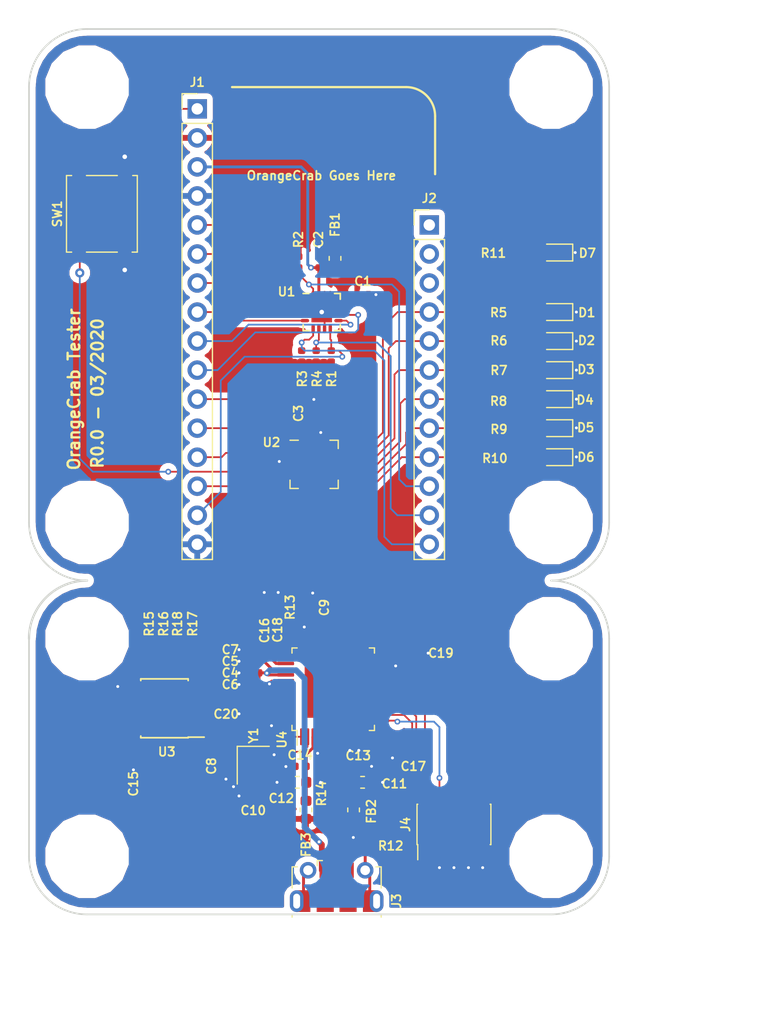
<source format=kicad_pcb>
(kicad_pcb (version 20171130) (host pcbnew 5.0.2+dfsg1-1)
  (layers (0 F.Cu signal) (31 B.Cu signal) (34 B.Paste user) (35 F.Paste user) (36 B.SilkS user) (37 F.SilkS user) (38 B.Mask user) (39 F.Mask user) (44 Edge.Cuts user))
  (net 0 "")
  (net 1 /IO_6)
  (net 2 "Net-(D6-Pad2)")
  (net 3 "Net-(D7-Pad2)")
  (net 4 +3V3)
  (net 5 /~LDAC_IO0)
  (net 6 /~CLR_IO5)
  (net 7 /SDA)
  (net 8 /SCL)
  (net 9 /IO_13)
  (net 10 "Net-(D1-Pad2)")
  (net 11 "Net-(D2-Pad2)")
  (net 12 /IO_12)
  (net 13 /IO_11)
  (net 14 "Net-(D3-Pad2)")
  (net 15 "Net-(D4-Pad2)")
  (net 16 /IO_10)
  (net 17 /IO_9)
  (net 18 "Net-(D5-Pad2)")
  (net 19 /SPI_MISO)
  (net 20 GND)
  (net 21 /RESET)
  (net 22 /SPI_nCS)
  (net 23 "Net-(U2-Pad6)")
  (net 24 "Net-(U2-Pad7)")
  (net 25 "Net-(U2-Pad8)")
  (net 26 "Net-(U2-Pad15)")
  (net 27 "Net-(U2-Pad16)")
  (net 28 /SPI_SCK)
  (net 29 /SPI_MOSI)
  (net 30 /A0)
  (net 31 /A1)
  (net 32 /A2)
  (net 33 /A3)
  (net 34 /A4)
  (net 35 /A5)
  (net 36 "Net-(U1-Pad11)")
  (net 37 "Net-(U1-Pad12)")
  (net 38 /AREF)
  (net 39 /VBAT)
  (net 40 /EN)
  (net 41 /VBUS)
  (net 42 /EEDATA)
  (net 43 "Net-(R17-Pad1)")
  (net 44 "Net-(J3-Pad6)")
  (net 45 /EECLK)
  (net 46 /EECS)
  (net 47 "Net-(R14-Pad2)")
  (net 48 "Net-(C9-Pad1)")
  (net 49 "Net-(U3-Pad6)")
  (net 50 "Net-(U3-Pad7)")
  (net 51 "Net-(C8-Pad1)")
  (net 52 "Net-(C10-Pad1)")
  (net 53 "Net-(C12-Pad1)")
  (net 54 /USB_D-)
  (net 55 /USB_D+)
  (net 56 "Net-(C11-Pad1)")
  (net 57 "Net-(U4-Pad17)")
  (net 58 "Net-(U4-Pad19)")
  (net 59 "Net-(U4-Pad20)")
  (net 60 "Net-(U4-Pad21)")
  (net 61 "Net-(U4-Pad25)")
  (net 62 "Net-(U4-Pad26)")
  (net 63 "Net-(U4-Pad27)")
  (net 64 "Net-(U4-Pad28)")
  (net 65 "Net-(U4-Pad29)")
  (net 66 "Net-(U4-Pad30)")
  (net 67 "Net-(U4-Pad31)")
  (net 68 "Net-(U4-Pad32)")
  (net 69 "Net-(U4-Pad33)")
  (net 70 /VCCA)
  (net 71 /VCORE)
  (net 72 +5V)
  (net 73 "Net-(J3-Pad4)")
  (net 74 /JTAG_TMS)
  (net 75 /JTAG_TCK)
  (net 76 /JTAG_TDO)
  (net 77 /JTAG_TDI)
  (net 78 /~FPGA_RST)
  (net 79 +3.3VA)
  (net 80 "Net-(C15-Pad1)")
  (net 81 "Net-(J4-Pad1)")
  (module MountingHole:MountingHole_3.5mm (layer F.Cu) (at 101.6 81.28)
    (fp_text reference H8 hide)
    (fp_text value MountingHole)
    (pad 1 np_thru_hole circle (at 0 0) (size 3.5 3.5) (drill 3.5) (layers *.Cu *.Mask))
  )
  (module MountingHole:MountingHole_3.5mm (layer F.Cu) (at 142.24 81.28)
    (fp_text reference H7 hide)
    (fp_text value MountingHole)
    (pad 1 np_thru_hole circle (at 0 0) (size 3.5 3.5) (drill 3.5) (layers *.Cu *.Mask))
  )
  (module MountingHole:MountingHole_3.5mm (layer F.Cu) (at 101.6 71.12)
    (fp_text reference H6 hide)
    (fp_text value MountingHole)
    (pad 1 np_thru_hole circle (at 0 0) (size 3.5 3.5) (drill 3.5) (layers *.Cu *.Mask))
  )
  (module MountingHole:MountingHole_3.5mm (layer F.Cu) (at 142.24 71.12)
    (fp_text reference H5 hide)
    (fp_text value MountingHole)
    (pad 1 np_thru_hole circle (at 0 0) (size 3.5 3.5) (drill 3.5) (layers *.Cu *.Mask))
  )
  (module MountingHole:MountingHole_3.5mm (layer F.Cu) (at 142.24 100.33)
    (fp_text reference H4 hide)
    (fp_text value MountingHole)
    (pad 1 np_thru_hole circle (at 0 0) (size 3.5 3.5) (drill 3.5) (layers *.Cu *.Mask))
  )
  (module MountingHole:MountingHole_3.5mm (layer F.Cu) (at 101.6 100.33)
    (fp_text reference H3 hide)
    (fp_text value MountingHole)
    (pad 1 np_thru_hole circle (at 0 0) (size 3.5 3.5) (drill 3.5) (layers *.Cu *.Mask))
  )
  (module MountingHole:MountingHole_3.5mm (layer F.Cu) (at 142.24 33.02)
    (fp_text reference H2 hide)
    (fp_text value MountingHole)
    (pad 1 np_thru_hole circle (at 0 0) (size 3.5 3.5) (drill 3.5) (layers *.Cu *.Mask))
  )
  (module MountingHole:MountingHole_3.5mm (layer F.Cu) (at 101.6 33.02)
    (fp_text reference H1 hide)
    (fp_text value MountingHole)
    (pad 1 np_thru_hole circle (at 0 0) (size 3.5 3.5) (drill 3.5) (layers *.Cu *.Mask))
  )
  (module Capacitor_SMD:C_0402_1005Metric (layer F.Cu) (at 121.3612 78.509 90)
    (fp_text reference C9 (at -0.0532 1.016 90) (layer F.SilkS) (effects (font (size 0.762 0.762) (thickness 0.1524))))
    (fp_text value 10nF)
    (pad 1 smd roundrect (at -0.485 0 90) (size 0.59 0.64) (layers F.Cu F.Paste F.Mask) (net 48 "Net-(C9-Pad1)"))
    (pad 2 smd roundrect (at 0.485 0 90) (size 0.59 0.64) (layers F.Cu F.Paste F.Mask) (net 20 GND))
  )
  (module Capacitor_SMD:C_0402_1005Metric (layer F.Cu) (at 116.1796 84.2772 180)
    (fp_text reference C4 (at 2.032 0 180) (layer F.SilkS) (effects (font (size 0.762 0.762) (thickness 0.1524))))
    (fp_text value 4.7uF)
    (pad 2 smd roundrect (at 0.485 0 180) (size 0.59 0.64) (layers F.Cu F.Paste F.Mask) (net 20 GND))
    (pad 1 smd roundrect (at -0.485 0 180) (size 0.59 0.64) (layers F.Cu F.Paste F.Mask) (net 72 +5V))
  )
  (module Capacitor_SMD:C_0402_1005Metric (layer F.Cu) (at 116.1796 85.2932 180)
    (fp_text reference C6 (at 2.032 0 180) (layer F.SilkS) (effects (font (size 0.762 0.762) (thickness 0.1524))))
    (fp_text value .1uF)
    (pad 1 smd roundrect (at -0.485 0 180) (size 0.59 0.64) (layers F.Cu F.Paste F.Mask) (net 72 +5V))
    (pad 2 smd roundrect (at 0.485 0 180) (size 0.59 0.64) (layers F.Cu F.Paste F.Mask) (net 20 GND))
  )
  (module Capacitor_SMD:C_0402_1005Metric (layer F.Cu) (at 116.1796 82.2452 180)
    (fp_text reference C7 (at 2.032 0 180) (layer F.SilkS) (effects (font (size 0.762 0.762) (thickness 0.1524))))
    (fp_text value .1uF)
    (pad 2 smd roundrect (at 0.485 0 180) (size 0.59 0.64) (layers F.Cu F.Paste F.Mask) (net 20 GND))
    (pad 1 smd roundrect (at -0.485 0 180) (size 0.59 0.64) (layers F.Cu F.Paste F.Mask) (net 79 +3.3VA))
  )
  (module Capacitor_SMD:C_0402_1005Metric (layer F.Cu) (at 113.7666 92.3314 270)
    (fp_text reference C8 (at 0.0992 1.27 270) (layer F.SilkS) (effects (font (size 0.762 0.762) (thickness 0.1524))))
    (fp_text value 10pF)
    (pad 1 smd roundrect (at -0.485 0 270) (size 0.59 0.64) (layers F.Cu F.Paste F.Mask) (net 51 "Net-(C8-Pad1)"))
    (pad 2 smd roundrect (at 0.485 0 270) (size 0.59 0.64) (layers F.Cu F.Paste F.Mask) (net 20 GND))
  )
  (module Capacitor_SMD:C_0402_1005Metric (layer F.Cu) (at 118.3386 78.4606 90)
    (fp_text reference C18 (at -2.0574 -0.0508 90) (layer F.SilkS) (effects (font (size 0.762 0.762) (thickness 0.1524))))
    (fp_text value .1uF)
    (pad 2 smd roundrect (at 0.485 0 90) (size 0.59 0.64) (layers F.Cu F.Paste F.Mask) (net 20 GND))
    (pad 1 smd roundrect (at -0.485 0 90) (size 0.59 0.64) (layers F.Cu F.Paste F.Mask) (net 70 /VCCA))
  )
  (module Capacitor_SMD:C_0402_1005Metric (layer F.Cu) (at 127.866 92.456)
    (fp_text reference C17 (at 2.309 0) (layer F.SilkS) (effects (font (size 0.762 0.762) (thickness 0.1524))))
    (fp_text value .1uF)
    (pad 1 smd roundrect (at -0.485 0) (size 0.59 0.64) (layers F.Cu F.Paste F.Mask) (net 79 +3.3VA))
    (pad 2 smd roundrect (at 0.485 0) (size 0.59 0.64) (layers F.Cu F.Paste F.Mask) (net 20 GND))
  )
  (module Capacitor_SMD:C_0402_1005Metric (layer F.Cu) (at 117.1194 78.4606 90)
    (fp_text reference C16 (at -2.1082 0.0254 90) (layer F.SilkS) (effects (font (size 0.762 0.762) (thickness 0.1524))))
    (fp_text value .1uF)
    (pad 2 smd roundrect (at 0.485 0 90) (size 0.59 0.64) (layers F.Cu F.Paste F.Mask) (net 20 GND))
    (pad 1 smd roundrect (at -0.485 0 90) (size 0.59 0.64) (layers F.Cu F.Paste F.Mask) (net 71 /VCORE))
  )
  (module Capacitor_SMD:C_0402_1005Metric (layer F.Cu) (at 105.664 91.44 270)
    (fp_text reference C15 (at 2.54 0 270) (layer F.SilkS) (effects (font (size 0.762 0.762) (thickness 0.1524))))
    (fp_text value .1uF)
    (pad 1 smd roundrect (at -0.485 0 270) (size 0.59 0.64) (layers F.Cu F.Paste F.Mask) (net 80 "Net-(C15-Pad1)"))
    (pad 2 smd roundrect (at 0.485 0 270) (size 0.59 0.64) (layers F.Cu F.Paste F.Mask) (net 20 GND))
  )
  (module Capacitor_SMD:C_0402_1005Metric (layer F.Cu) (at 120.3198 92.456 180)
    (fp_text reference C14 (at 0.0508 0.9906 180) (layer F.SilkS) (effects (font (size 0.762 0.762) (thickness 0.1524))))
    (fp_text value .1uF)
    (pad 2 smd roundrect (at 0.485 0 180) (size 0.59 0.64) (layers F.Cu F.Paste F.Mask) (net 20 GND))
    (pad 1 smd roundrect (at -0.485 0 180) (size 0.59 0.64) (layers F.Cu F.Paste F.Mask) (net 53 "Net-(C12-Pad1)"))
  )
  (module Capacitor_SMD:C_0402_1005Metric (layer F.Cu) (at 125.349 92.456)
    (fp_text reference C13 (at 0 -0.9398) (layer F.SilkS) (effects (font (size 0.762 0.762) (thickness 0.1524))))
    (fp_text value .1uF)
    (pad 1 smd roundrect (at -0.485 0) (size 0.59 0.64) (layers F.Cu F.Paste F.Mask) (net 56 "Net-(C11-Pad1)"))
    (pad 2 smd roundrect (at 0.485 0) (size 0.59 0.64) (layers F.Cu F.Paste F.Mask) (net 20 GND))
  )
  (module Capacitor_SMD:C_0402_1005Metric (layer F.Cu) (at 130.175 82.55)
    (fp_text reference C19 (at 2.413 0) (layer F.SilkS) (effects (font (size 0.762 0.762) (thickness 0.1524))))
    (fp_text value .1uF)
    (pad 2 smd roundrect (at 0.485 0) (size 0.59 0.64) (layers F.Cu F.Paste F.Mask) (net 20 GND))
    (pad 1 smd roundrect (at -0.485 0) (size 0.59 0.64) (layers F.Cu F.Paste F.Mask) (net 79 +3.3VA))
  )
  (module Capacitor_SMD:C_0402_1005Metric (layer F.Cu) (at 116.182 87.884 180)
    (fp_text reference C20 (at 2.39 0 180) (layer F.SilkS) (effects (font (size 0.762 0.762) (thickness 0.1524))))
    (fp_text value .1uF)
    (pad 1 smd roundrect (at -0.485 0 180) (size 0.59 0.64) (layers F.Cu F.Paste F.Mask) (net 79 +3.3VA))
    (pad 2 smd roundrect (at 0.485 0 180) (size 0.59 0.64) (layers F.Cu F.Paste F.Mask) (net 20 GND))
  )
  (module Capacitor_SMD:C_0402_1005Metric (layer F.Cu) (at 116.1796 83.2612 180)
    (fp_text reference C5 (at 2.032 0 180) (layer F.SilkS) (effects (font (size 0.762 0.762) (thickness 0.1524))))
    (fp_text value 4.7uF)
    (pad 2 smd roundrect (at 0.485 0 180) (size 0.59 0.64) (layers F.Cu F.Paste F.Mask) (net 20 GND))
    (pad 1 smd roundrect (at -0.485 0 180) (size 0.59 0.64) (layers F.Cu F.Paste F.Mask) (net 79 +3.3VA))
  )
  (module Capacitor_SMD:C_0402_1005Metric (layer F.Cu) (at 116.1772 95.0468 180)
    (fp_text reference C10 (at 0.023 -1.27 180) (layer F.SilkS) (effects (font (size 0.762 0.762) (thickness 0.1524))))
    (fp_text value 10pF)
    (pad 1 smd roundrect (at -0.485 0 180) (size 0.59 0.64) (layers F.Cu F.Paste F.Mask) (net 52 "Net-(C10-Pad1)"))
    (pad 2 smd roundrect (at 0.485 0 180) (size 0.59 0.64) (layers F.Cu F.Paste F.Mask) (net 20 GND))
  )
  (module Capacitor_SMD:C_0603_1608Metric (layer F.Cu) (at 125.73 93.853)
    (fp_text reference C11 (at 2.794 0.127) (layer F.SilkS) (effects (font (size 0.762 0.762) (thickness 0.1524))))
    (fp_text value 4.7uF)
    (pad 2 smd roundrect (at 0.7875 0) (size 0.875 0.95) (layers F.Cu F.Paste F.Mask) (net 20 GND))
    (pad 1 smd roundrect (at -0.7875 0) (size 0.875 0.95) (layers F.Cu F.Paste F.Mask) (net 56 "Net-(C11-Pad1)"))
  )
  (module Capacitor_SMD:C_0603_1608Metric (layer F.Cu) (at 120.015 93.853 180)
    (fp_text reference C12 (at 1.397 -1.397 180) (layer F.SilkS) (effects (font (size 0.762 0.762) (thickness 0.1524))))
    (fp_text value 4.7uF)
    (pad 1 smd roundrect (at -0.7875 0 180) (size 0.875 0.95) (layers F.Cu F.Paste F.Mask) (net 53 "Net-(C12-Pad1)"))
    (pad 2 smd roundrect (at 0.7875 0 180) (size 0.875 0.95) (layers F.Cu F.Paste F.Mask) (net 20 GND))
  )
  (module Connector_PinHeader_1.27mm:PinHeader_2x05_P1.27mm_Vertical_SMD (layer F.Cu) (at 133.731 97.536 90)
    (fp_text reference J4 (at 0 -4.235 90) (layer F.SilkS) (effects (font (size 0.762 0.762) (thickness 0.1524))))
    (fp_text value JTAG)
    (pad 1 smd rect (at -1.95 -2.54 90) (size 2.4 0.74) (layers F.Cu F.Paste F.Mask) (net 81 "Net-(J4-Pad1)"))
    (pad 2 smd rect (at 1.95 -2.54 90) (size 2.4 0.74) (layers F.Cu F.Paste F.Mask) (net 74 /JTAG_TMS))
    (pad 3 smd rect (at -1.95 -1.27 90) (size 2.4 0.74) (layers F.Cu F.Paste F.Mask) (net 20 GND))
    (pad 4 smd rect (at 1.95 -1.27 90) (size 2.4 0.74) (layers F.Cu F.Paste F.Mask) (net 75 /JTAG_TCK))
    (pad 5 smd rect (at -1.95 0 90) (size 2.4 0.74) (layers F.Cu F.Paste F.Mask) (net 20 GND))
    (pad 6 smd rect (at 1.95 0 90) (size 2.4 0.74) (layers F.Cu F.Paste F.Mask) (net 76 /JTAG_TDO))
    (pad 7 smd rect (at -1.95 1.27 90) (size 2.4 0.74) (layers F.Cu F.Paste F.Mask) (net 20 GND))
    (pad 8 smd rect (at 1.95 1.27 90) (size 2.4 0.74) (layers F.Cu F.Paste F.Mask) (net 77 /JTAG_TDI))
    (pad 9 smd rect (at -1.95 2.54 90) (size 2.4 0.74) (layers F.Cu F.Paste F.Mask) (net 20 GND))
    (pad 10 smd rect (at 1.95 2.54 90) (size 2.4 0.74) (layers F.Cu F.Paste F.Mask) (net 78 /~FPGA_RST))
  )
  (module Connector_USB:USB_Micro-B_Molex-105017-0001 (layer F.Cu) (at 123.4586 103.0117)
    (fp_text reference J3 (at 5.2432 1.2299 90) (layer F.SilkS) (effects (font (size 0.762 0.762) (thickness 0.1524))))
    (fp_text value USB_B_Micro)
    (pad 6 smd rect (at 1 1.2375) (size 1.5 1.9) (layers F.Cu F.Paste F.Mask) (net 44 "Net-(J3-Pad6)"))
    (pad 6 thru_hole circle (at -2.5 -1.4625) (size 1.45 1.45) (drill 0.85) (layers *.Cu *.Mask) (net 44 "Net-(J3-Pad6)"))
    (pad 2 smd rect (at -0.65 -1.4625) (size 0.4 1.35) (layers F.Cu F.Paste F.Mask) (net 54 /USB_D-))
    (pad 1 smd rect (at -1.3 -1.4625) (size 0.4 1.35) (layers F.Cu F.Paste F.Mask) (net 72 +5V))
    (pad 5 smd rect (at 1.3 -1.4625) (size 0.4 1.35) (layers F.Cu F.Paste F.Mask) (net 20 GND))
    (pad 4 smd rect (at 0.65 -1.4625) (size 0.4 1.35) (layers F.Cu F.Paste F.Mask) (net 73 "Net-(J3-Pad4)"))
    (pad 3 smd rect (at 0 -1.4625) (size 0.4 1.35) (layers F.Cu F.Paste F.Mask) (net 55 /USB_D+))
    (pad 6 thru_hole circle (at 2.5 -1.4625) (size 1.45 1.45) (drill 0.85) (layers *.Cu *.Mask) (net 44 "Net-(J3-Pad6)"))
    (pad 6 smd rect (at -1 1.2375) (size 1.5 1.9) (layers F.Cu F.Paste F.Mask) (net 44 "Net-(J3-Pad6)"))
    (pad 6 thru_hole oval (at -3.5 1.2375 180) (size 1.2 1.9) (drill oval 0.6 1.3) (layers *.Cu *.Mask) (net 44 "Net-(J3-Pad6)"))
    (pad 6 thru_hole oval (at 3.5 1.2375) (size 1.2 1.9) (drill oval 0.6 1.3) (layers *.Cu *.Mask) (net 44 "Net-(J3-Pad6)"))
    (pad 6 smd rect (at 2.9 1.2375) (size 1.2 1.9) (layers F.Cu F.Mask) (net 44 "Net-(J3-Pad6)"))
    (pad 6 smd rect (at -2.9 1.2375) (size 1.2 1.9) (layers F.Cu F.Mask) (net 44 "Net-(J3-Pad6)"))
  )
  (module Crystal:Crystal_SMD_2520-4Pin_2.5x2.0mm (layer F.Cu) (at 116.1542 92.3544 270)
    (fp_text reference Y1 (at -2.5908 -0.0254 270) (layer F.SilkS) (effects (font (size 0.762 0.762) (thickness 0.1524))))
    (fp_text value 12MHz)
    (pad 1 smd rect (at -0.875 0.7 270) (size 1.15 1) (layers F.Cu F.Paste F.Mask) (net 51 "Net-(C8-Pad1)"))
    (pad 2 smd rect (at 0.875 0.7 270) (size 1.15 1) (layers F.Cu F.Paste F.Mask) (net 20 GND))
    (pad 3 smd rect (at 0.875 -0.7 270) (size 1.15 1) (layers F.Cu F.Paste F.Mask) (net 52 "Net-(C10-Pad1)"))
    (pad 4 smd rect (at -0.875 -0.7 270) (size 1.15 1) (layers F.Cu F.Paste F.Mask) (net 20 GND))
  )
  (module Inductor_SMD:L_0603_1608Metric (layer F.Cu) (at 124.9426 96.266 270)
    (fp_text reference FB2 (at 0.127 -1.5494 270) (layer F.SilkS) (effects (font (size 0.762 0.762) (thickness 0.1524))))
    (fp_text value Ferrite_Bead_Small)
    (pad 2 smd roundrect (at 0.7875 0 270) (size 0.875 0.95) (layers F.Cu F.Paste F.Mask) (net 79 +3.3VA))
    (pad 1 smd roundrect (at -0.7875 0 270) (size 0.875 0.95) (layers F.Cu F.Paste F.Mask) (net 56 "Net-(C11-Pad1)"))
  )
  (module Inductor_SMD:L_0603_1608Metric (layer F.Cu) (at 120.777 96.266 270)
    (fp_text reference FB3 (at 3.048 0 270) (layer F.SilkS) (effects (font (size 0.762 0.762) (thickness 0.1524))))
    (fp_text value Ferrite_Bead_Small)
    (pad 1 smd roundrect (at -0.7875 0 270) (size 0.875 0.95) (layers F.Cu F.Paste F.Mask) (net 53 "Net-(C12-Pad1)"))
    (pad 2 smd roundrect (at 0.7875 0 270) (size 0.875 0.95) (layers F.Cu F.Paste F.Mask) (net 79 +3.3VA))
  )
  (module Package_QFP:TQFP-48-1EP_7x7mm_P0.5mm_EP5x5mm (layer F.Cu) (at 123.158001 85.706199 90)
    (fp_text reference U4 (at -4.413001 -4.489201 90) (layer F.SilkS) (effects (font (size 0.762 0.762) (thickness 0.1524))))
    (fp_text value FT232HL-REEL)
    (pad 49 smd roundrect (at 0 0 90) (size 5 5) (layers F.Cu F.Mask) (roundrect_rratio 0.05))
    (pad 1 smd roundrect (at -4.1625 -2.75 90) (size 1.475 0.3) (layers F.Cu F.Paste F.Mask) (net 51 "Net-(C8-Pad1)"))
    (pad 2 smd roundrect (at -4.1625 -2.25 90) (size 1.475 0.3) (layers F.Cu F.Paste F.Mask) (net 52 "Net-(C10-Pad1)"))
    (pad 3 smd roundrect (at -4.1625 -1.75 90) (size 1.475 0.3) (layers F.Cu F.Paste F.Mask) (net 53 "Net-(C12-Pad1)"))
    (pad 4 smd roundrect (at -4.1625 -1.25 90) (size 1.475 0.3) (layers F.Cu F.Paste F.Mask) (net 20 GND))
    (pad 5 smd roundrect (at -4.1625 -0.75 90) (size 1.475 0.3) (layers F.Cu F.Paste F.Mask) (net 47 "Net-(R14-Pad2)"))
    (pad 6 smd roundrect (at -4.1625 -0.25 90) (size 1.475 0.3) (layers F.Cu F.Paste F.Mask) (net 54 /USB_D-))
    (pad 7 smd roundrect (at -4.1625 0.25 90) (size 1.475 0.3) (layers F.Cu F.Paste F.Mask) (net 55 /USB_D+))
    (pad 8 smd roundrect (at -4.1625 0.75 90) (size 1.475 0.3) (layers F.Cu F.Paste F.Mask) (net 56 "Net-(C11-Pad1)"))
    (pad 9 smd roundrect (at -4.1625 1.25 90) (size 1.475 0.3) (layers F.Cu F.Paste F.Mask) (net 20 GND))
    (pad 10 smd roundrect (at -4.1625 1.75 90) (size 1.475 0.3) (layers F.Cu F.Paste F.Mask) (net 20 GND))
    (pad 11 smd roundrect (at -4.1625 2.25 90) (size 1.475 0.3) (layers F.Cu F.Paste F.Mask) (net 20 GND))
    (pad 12 smd roundrect (at -4.1625 2.75 90) (size 1.475 0.3) (layers F.Cu F.Paste F.Mask) (net 79 +3.3VA))
    (pad 13 smd roundrect (at -2.75 4.1625 90) (size 0.3 1.475) (layers F.Cu F.Paste F.Mask) (net 75 /JTAG_TCK))
    (pad 14 smd roundrect (at -2.25 4.1625 90) (size 0.3 1.475) (layers F.Cu F.Paste F.Mask) (net 77 /JTAG_TDI))
    (pad 15 smd roundrect (at -1.75 4.1625 90) (size 0.3 1.475) (layers F.Cu F.Paste F.Mask) (net 76 /JTAG_TDO))
    (pad 16 smd roundrect (at -1.25 4.1625 90) (size 0.3 1.475) (layers F.Cu F.Paste F.Mask) (net 74 /JTAG_TMS))
    (pad 17 smd roundrect (at -0.75 4.1625 90) (size 0.3 1.475) (layers F.Cu F.Paste F.Mask) (net 57 "Net-(U4-Pad17)"))
    (pad 18 smd roundrect (at -0.25 4.1625 90) (size 0.3 1.475) (layers F.Cu F.Paste F.Mask) (net 78 /~FPGA_RST))
    (pad 19 smd roundrect (at 0.25 4.1625 90) (size 0.3 1.475) (layers F.Cu F.Paste F.Mask) (net 58 "Net-(U4-Pad19)"))
    (pad 20 smd roundrect (at 0.75 4.1625 90) (size 0.3 1.475) (layers F.Cu F.Paste F.Mask) (net 59 "Net-(U4-Pad20)"))
    (pad 21 smd roundrect (at 1.25 4.1625 90) (size 0.3 1.475) (layers F.Cu F.Paste F.Mask) (net 60 "Net-(U4-Pad21)"))
    (pad 22 smd roundrect (at 1.75 4.1625 90) (size 0.3 1.475) (layers F.Cu F.Paste F.Mask) (net 20 GND))
    (pad 23 smd roundrect (at 2.25 4.1625 90) (size 0.3 1.475) (layers F.Cu F.Paste F.Mask) (net 20 GND))
    (pad 24 smd roundrect (at 2.75 4.1625 90) (size 0.3 1.475) (layers F.Cu F.Paste F.Mask) (net 79 +3.3VA))
    (pad 25 smd roundrect (at 4.1625 2.75 90) (size 1.475 0.3) (layers F.Cu F.Paste F.Mask) (net 61 "Net-(U4-Pad25)"))
    (pad 26 smd roundrect (at 4.1625 2.25 90) (size 1.475 0.3) (layers F.Cu F.Paste F.Mask) (net 62 "Net-(U4-Pad26)"))
    (pad 27 smd roundrect (at 4.1625 1.75 90) (size 1.475 0.3) (layers F.Cu F.Paste F.Mask) (net 63 "Net-(U4-Pad27)"))
    (pad 28 smd roundrect (at 4.1625 1.25 90) (size 1.475 0.3) (layers F.Cu F.Paste F.Mask) (net 64 "Net-(U4-Pad28)"))
    (pad 29 smd roundrect (at 4.1625 0.75 90) (size 1.475 0.3) (layers F.Cu F.Paste F.Mask) (net 65 "Net-(U4-Pad29)"))
    (pad 30 smd roundrect (at 4.1625 0.25 90) (size 1.475 0.3) (layers F.Cu F.Paste F.Mask) (net 66 "Net-(U4-Pad30)"))
    (pad 31 smd roundrect (at 4.1625 -0.25 90) (size 1.475 0.3) (layers F.Cu F.Paste F.Mask) (net 67 "Net-(U4-Pad31)"))
    (pad 32 smd roundrect (at 4.1625 -0.75 90) (size 1.475 0.3) (layers F.Cu F.Paste F.Mask) (net 68 "Net-(U4-Pad32)"))
    (pad 33 smd roundrect (at 4.1625 -1.25 90) (size 1.475 0.3) (layers F.Cu F.Paste F.Mask) (net 69 "Net-(U4-Pad33)"))
    (pad 34 smd roundrect (at 4.1625 -1.75 90) (size 1.475 0.3) (layers F.Cu F.Paste F.Mask) (net 48 "Net-(C9-Pad1)"))
    (pad 35 smd roundrect (at 4.1625 -2.25 90) (size 1.475 0.3) (layers F.Cu F.Paste F.Mask) (net 20 GND))
    (pad 36 smd roundrect (at 4.1625 -2.75 90) (size 1.475 0.3) (layers F.Cu F.Paste F.Mask) (net 20 GND))
    (pad 37 smd roundrect (at 2.75 -4.1625 90) (size 0.3 1.475) (layers F.Cu F.Paste F.Mask) (net 70 /VCCA))
    (pad 38 smd roundrect (at 2.25 -4.1625 90) (size 0.3 1.475) (layers F.Cu F.Paste F.Mask) (net 71 /VCORE))
    (pad 39 smd roundrect (at 1.75 -4.1625 90) (size 0.3 1.475) (layers F.Cu F.Paste F.Mask) (net 79 +3.3VA))
    (pad 40 smd roundrect (at 1.25 -4.1625 90) (size 0.3 1.475) (layers F.Cu F.Paste F.Mask) (net 72 +5V))
    (pad 41 smd roundrect (at 0.75 -4.1625 90) (size 0.3 1.475) (layers F.Cu F.Paste F.Mask) (net 20 GND))
    (pad 42 smd roundrect (at 0.25 -4.1625 90) (size 0.3 1.475) (layers F.Cu F.Paste F.Mask) (net 20 GND))
    (pad 43 smd roundrect (at -0.25 -4.1625 90) (size 0.3 1.475) (layers F.Cu F.Paste F.Mask) (net 42 /EEDATA))
    (pad 44 smd roundrect (at -0.75 -4.1625 90) (size 0.3 1.475) (layers F.Cu F.Paste F.Mask) (net 45 /EECLK))
    (pad 45 smd roundrect (at -1.25 -4.1625 90) (size 0.3 1.475) (layers F.Cu F.Paste F.Mask) (net 46 /EECS))
    (pad 46 smd roundrect (at -1.75 -4.1625 90) (size 0.3 1.475) (layers F.Cu F.Paste F.Mask) (net 79 +3.3VA))
    (pad 47 smd roundrect (at -2.25 -4.1625 90) (size 0.3 1.475) (layers F.Cu F.Paste F.Mask) (net 20 GND))
    (pad 48 smd roundrect (at -2.75 -4.1625 90) (size 0.3 1.475) (layers F.Cu F.Paste F.Mask) (net 20 GND))
  )
  (module Package_SO:SOIC-8_3.9x4.9mm_P1.27mm (layer F.Cu) (at 108.3818 87.376 180)
    (fp_text reference U3 (at -0.2032 -3.81 180) (layer F.SilkS) (effects (font (size 0.762 0.762) (thickness 0.1524))))
    (fp_text value "93C46B/SN ")
    (pad 1 smd rect (at -2.7 -1.905 180) (size 1.55 0.6) (layers F.Cu F.Paste F.Mask) (net 46 /EECS))
    (pad 2 smd rect (at -2.7 -0.635 180) (size 1.55 0.6) (layers F.Cu F.Paste F.Mask) (net 45 /EECLK))
    (pad 3 smd rect (at -2.7 0.635 180) (size 1.55 0.6) (layers F.Cu F.Paste F.Mask) (net 42 /EEDATA))
    (pad 4 smd rect (at -2.7 1.905 180) (size 1.55 0.6) (layers F.Cu F.Paste F.Mask) (net 43 "Net-(R17-Pad1)"))
    (pad 5 smd rect (at 2.7 1.905 180) (size 1.55 0.6) (layers F.Cu F.Paste F.Mask) (net 20 GND))
    (pad 6 smd rect (at 2.7 0.635 180) (size 1.55 0.6) (layers F.Cu F.Paste F.Mask) (net 49 "Net-(U3-Pad6)"))
    (pad 7 smd rect (at 2.7 -0.635 180) (size 1.55 0.6) (layers F.Cu F.Paste F.Mask) (net 50 "Net-(U3-Pad7)"))
    (pad 8 smd rect (at 2.7 -1.905 180) (size 1.55 0.6) (layers F.Cu F.Paste F.Mask) (net 80 "Net-(C15-Pad1)"))
  )
  (module Resistor_SMD:R_0402_1005Metric (layer F.Cu) (at 120.2944 78.5114 90)
    (fp_text reference R13 (at -0.0254 -0.9144 90) (layer F.SilkS) (effects (font (size 0.762 0.762) (thickness 0.1524))))
    (fp_text value 4.7K)
    (pad 1 smd roundrect (at -0.485 0 90) (size 0.59 0.64) (layers F.Cu F.Paste F.Mask) (net 48 "Net-(C9-Pad1)"))
    (pad 2 smd roundrect (at 0.485 0 90) (size 0.59 0.64) (layers F.Cu F.Paste F.Mask) (net 79 +3.3VA))
  )
  (module Resistor_SMD:R_0402_1005Metric (layer F.Cu) (at 122.047 92.6592 90)
    (fp_text reference R14 (at -2.182 0.0762 90) (layer F.SilkS) (effects (font (size 0.762 0.762) (thickness 0.1524))))
    (fp_text value 12K)
    (pad 2 smd roundrect (at 0.485 0 90) (size 0.59 0.64) (layers F.Cu F.Paste F.Mask) (net 47 "Net-(R14-Pad2)"))
    (pad 1 smd roundrect (at -0.485 0 90) (size 0.59 0.64) (layers F.Cu F.Paste F.Mask) (net 20 GND))
  )
  (module Resistor_SMD:R_0402_1005Metric (layer F.Cu) (at 107.061 82.527 90)
    (fp_text reference R15 (at 2.54 -0.027 90) (layer F.SilkS) (effects (font (size 0.762 0.762) (thickness 0.1524))))
    (fp_text value 4.7K)
    (pad 1 smd roundrect (at -0.485 0 90) (size 0.59 0.64) (layers F.Cu F.Paste F.Mask) (net 46 /EECS))
    (pad 2 smd roundrect (at 0.485 0 90) (size 0.59 0.64) (layers F.Cu F.Paste F.Mask) (net 79 +3.3VA))
  )
  (module Resistor_SMD:R_0402_1005Metric (layer F.Cu) (at 108.331 82.527 90)
    (fp_text reference R16 (at 2.54 -0.027 90) (layer F.SilkS) (effects (font (size 0.762 0.762) (thickness 0.1524))))
    (fp_text value 4.7K)
    (pad 2 smd roundrect (at 0.485 0 90) (size 0.59 0.64) (layers F.Cu F.Paste F.Mask) (net 79 +3.3VA))
    (pad 1 smd roundrect (at -0.485 0 90) (size 0.59 0.64) (layers F.Cu F.Paste F.Mask) (net 45 /EECLK))
  )
  (module Resistor_SMD:R_0402_1005Metric (layer F.Cu) (at 125.3998 99.4156 180)
    (fp_text reference R12 (at -2.794 0 180) (layer F.SilkS) (effects (font (size 0.762 0.762) (thickness 0.1524))))
    (fp_text value 1M)
    (pad 1 smd roundrect (at -0.485 0 180) (size 0.59 0.64) (layers F.Cu F.Paste F.Mask) (net 44 "Net-(J3-Pad6)"))
    (pad 2 smd roundrect (at 0.485 0 180) (size 0.59 0.64) (layers F.Cu F.Paste F.Mask) (net 20 GND))
  )
  (module Resistor_SMD:R_0402_1005Metric (layer F.Cu) (at 110.871 82.527 90)
    (fp_text reference R17 (at 2.54 -0.027 90) (layer F.SilkS) (effects (font (size 0.762 0.762) (thickness 0.1524))))
    (fp_text value 2.2K)
    (pad 2 smd roundrect (at 0.485 0 90) (size 0.59 0.64) (layers F.Cu F.Paste F.Mask) (net 42 /EEDATA))
    (pad 1 smd roundrect (at -0.485 0 90) (size 0.59 0.64) (layers F.Cu F.Paste F.Mask) (net 43 "Net-(R17-Pad1)"))
  )
  (module Resistor_SMD:R_0402_1005Metric (layer F.Cu) (at 109.5502 82.527 90)
    (fp_text reference R18 (at 2.54 -0.027 90) (layer F.SilkS) (effects (font (size 0.762 0.762) (thickness 0.1524))))
    (fp_text value 4.7K)
    (pad 1 smd roundrect (at -0.485 0 90) (size 0.59 0.64) (layers F.Cu F.Paste F.Mask) (net 42 /EEDATA))
    (pad 2 smd roundrect (at 0.485 0 90) (size 0.59 0.64) (layers F.Cu F.Paste F.Mask) (net 79 +3.3VA))
  )
  (module Button_Switch_SMD:SW_SPST_EVQP0 (layer F.Cu) (at 102.902 44.11 90)
    (fp_text reference SW1 (at 0 -3.9 90) (layer F.SilkS) (effects (font (size 0.762 0.762) (thickness 0.1524))))
    (fp_text value SW_Push)
    (pad 1 smd rect (at 2.88 -2 90) (size 2.75 1) (layers F.Cu F.Paste F.Mask) (net 21 /RESET))
    (pad 1 smd rect (at -2.88 -2 90) (size 2.75 1) (layers F.Cu F.Paste F.Mask) (net 21 /RESET))
    (pad 2 smd rect (at -2.88 2 90) (size 2.75 1) (layers F.Cu F.Paste F.Mask) (net 20 GND))
    (pad 2 smd rect (at 2.88 2 90) (size 2.75 1) (layers F.Cu F.Paste F.Mask) (net 20 GND))
  )
  (module Capacitor_SMD:C_0402_1005Metric (layer F.Cu) (at 125.7554 51.181)
    (fp_text reference C1 (at 0 -1.17) (layer F.SilkS) (effects (font (size 0.762 0.762) (thickness 0.1524))))
    (fp_text value .1uF)
    (pad 1 smd roundrect (at -0.485 0) (size 0.59 0.64) (layers F.Cu F.Paste F.Mask) (net 4 +3V3))
    (pad 2 smd roundrect (at 0.485 0) (size 0.59 0.64) (layers F.Cu F.Paste F.Mask) (net 20 GND))
  )
  (module Capacitor_SMD:C_0402_1005Metric (layer F.Cu) (at 121.92 48.3338 90)
    (fp_text reference C2 (at 1.9788 -0.0508 90) (layer F.SilkS) (effects (font (size 0.762 0.762) (thickness 0.1524))))
    (fp_text value .1uF)
    (pad 2 smd roundrect (at 0.485 0 90) (size 0.59 0.64) (layers F.Cu F.Paste F.Mask) (net 20 GND))
    (pad 1 smd roundrect (at -0.485 0 90) (size 0.59 0.64) (layers F.Cu F.Paste F.Mask) (net 38 /AREF))
  )
  (module Capacitor_SMD:C_0402_1005Metric (layer F.Cu) (at 121.4628 61.5696 90)
    (fp_text reference C3 (at 0 -1.3462 90) (layer F.SilkS) (effects (font (size 0.762 0.762) (thickness 0.1524))))
    (fp_text value .1uF)
    (pad 1 smd roundrect (at -0.485 0 90) (size 0.59 0.64) (layers F.Cu F.Paste F.Mask) (net 4 +3V3))
    (pad 2 smd roundrect (at 0.485 0 90) (size 0.59 0.64) (layers F.Cu F.Paste F.Mask) (net 20 GND))
  )
  (module Connector_PinHeader_2.54mm:PinHeader_1x12_P2.54mm_Vertical (layer F.Cu) (at 131.572 45.085)
    (fp_text reference J2 (at 0 -2.33) (layer F.SilkS) (effects (font (size 0.762 0.762) (thickness 0.1524))))
    (fp_text value Conn_01x12)
    (pad 1 thru_hole rect (at 0 0) (size 1.7 1.7) (drill 1) (layers *.Cu *.Mask) (net 39 /VBAT))
    (pad 2 thru_hole oval (at 0 2.54) (size 1.7 1.7) (drill 1) (layers *.Cu *.Mask) (net 40 /EN))
    (pad 3 thru_hole oval (at 0 5.08) (size 1.7 1.7) (drill 1) (layers *.Cu *.Mask) (net 41 /VBUS))
    (pad 4 thru_hole oval (at 0 7.62) (size 1.7 1.7) (drill 1) (layers *.Cu *.Mask) (net 9 /IO_13))
    (pad 5 thru_hole oval (at 0 10.16) (size 1.7 1.7) (drill 1) (layers *.Cu *.Mask) (net 12 /IO_12))
    (pad 6 thru_hole oval (at 0 12.7) (size 1.7 1.7) (drill 1) (layers *.Cu *.Mask) (net 13 /IO_11))
    (pad 7 thru_hole oval (at 0 15.24) (size 1.7 1.7) (drill 1) (layers *.Cu *.Mask) (net 16 /IO_10))
    (pad 8 thru_hole oval (at 0 17.78) (size 1.7 1.7) (drill 1) (layers *.Cu *.Mask) (net 17 /IO_9))
    (pad 9 thru_hole oval (at 0 20.32) (size 1.7 1.7) (drill 1) (layers *.Cu *.Mask) (net 1 /IO_6))
    (pad 10 thru_hole oval (at 0 22.86) (size 1.7 1.7) (drill 1) (layers *.Cu *.Mask) (net 6 /~CLR_IO5))
    (pad 11 thru_hole oval (at 0 25.4) (size 1.7 1.7) (drill 1) (layers *.Cu *.Mask) (net 8 /SCL))
    (pad 12 thru_hole oval (at 0 27.94) (size 1.7 1.7) (drill 1) (layers *.Cu *.Mask) (net 7 /SDA))
  )
  (module Connector_PinHeader_2.54mm:PinHeader_1x16_P2.54mm_Vertical (layer F.Cu) (at 111.252 34.925)
    (fp_text reference J1 (at 0 -2.33) (layer F.SilkS) (effects (font (size 0.762 0.762) (thickness 0.1524))))
    (fp_text value Conn_01x16)
    (pad 1 thru_hole rect (at 0 0) (size 1.7 1.7) (drill 1) (layers *.Cu *.Mask) (net 21 /RESET))
    (pad 2 thru_hole oval (at 0 2.54) (size 1.7 1.7) (drill 1) (layers *.Cu *.Mask) (net 4 +3V3))
    (pad 3 thru_hole oval (at 0 5.08) (size 1.7 1.7) (drill 1) (layers *.Cu *.Mask) (net 38 /AREF))
    (pad 4 thru_hole oval (at 0 7.62) (size 1.7 1.7) (drill 1) (layers *.Cu *.Mask) (net 20 GND))
    (pad 5 thru_hole oval (at 0 10.16) (size 1.7 1.7) (drill 1) (layers *.Cu *.Mask) (net 30 /A0))
    (pad 6 thru_hole oval (at 0 12.7) (size 1.7 1.7) (drill 1) (layers *.Cu *.Mask) (net 31 /A1))
    (pad 7 thru_hole oval (at 0 15.24) (size 1.7 1.7) (drill 1) (layers *.Cu *.Mask) (net 32 /A2))
    (pad 8 thru_hole oval (at 0 17.78) (size 1.7 1.7) (drill 1) (layers *.Cu *.Mask) (net 33 /A3))
    (pad 9 thru_hole oval (at 0 20.32) (size 1.7 1.7) (drill 1) (layers *.Cu *.Mask) (net 34 /A4))
    (pad 10 thru_hole oval (at 0 22.86) (size 1.7 1.7) (drill 1) (layers *.Cu *.Mask) (net 35 /A5))
    (pad 11 thru_hole oval (at 0 25.4) (size 1.7 1.7) (drill 1) (layers *.Cu *.Mask) (net 28 /SPI_SCK))
    (pad 12 thru_hole oval (at 0 27.94) (size 1.7 1.7) (drill 1) (layers *.Cu *.Mask) (net 29 /SPI_MOSI))
    (pad 13 thru_hole oval (at 0 30.48) (size 1.7 1.7) (drill 1) (layers *.Cu *.Mask) (net 19 /SPI_MISO))
    (pad 14 thru_hole oval (at 0 33.02) (size 1.7 1.7) (drill 1) (layers *.Cu *.Mask) (net 22 /SPI_nCS))
    (pad 15 thru_hole oval (at 0 35.56) (size 1.7 1.7) (drill 1) (layers *.Cu *.Mask) (net 5 /~LDAC_IO0))
    (pad 16 thru_hole oval (at 0 38.1) (size 1.7 1.7) (drill 1) (layers *.Cu *.Mask) (net 20 GND))
  )
  (module Inductor_SMD:L_0603_1608Metric (layer F.Cu) (at 123.317 48.006 90)
    (fp_text reference FB1 (at 2.9464 0 90) (layer F.SilkS) (effects (font (size 0.762 0.762) (thickness 0.1524))))
    (fp_text value Ferrite_Bead_Small)
    (pad 1 smd roundrect (at -0.7875 0 90) (size 0.875 0.95) (layers F.Cu F.Paste F.Mask) (net 38 /AREF))
    (pad 2 smd roundrect (at 0.7875 0 90) (size 0.875 0.95) (layers F.Cu F.Paste F.Mask) (net 4 +3V3))
  )
  (module LED_SMD:LED_0603_1608Metric (layer F.Cu) (at 142.6465 65.405 180)
    (fp_text reference D6 (at -2.6415 0 180) (layer F.SilkS) (effects (font (size 0.762 0.762) (thickness 0.1524))))
    (fp_text value GRN)
    (pad 1 smd roundrect (at -0.7875 0 180) (size 0.875 0.95) (layers F.Cu F.Paste F.Mask) (net 20 GND))
    (pad 2 smd roundrect (at 0.7875 0 180) (size 0.875 0.95) (layers F.Cu F.Paste F.Mask) (net 2 "Net-(D6-Pad2)"))
  )
  (module LED_SMD:LED_0603_1608Metric (layer F.Cu) (at 142.6465 62.865 180)
    (fp_text reference D5 (at -2.6161 0.0508 180) (layer F.SilkS) (effects (font (size 0.762 0.762) (thickness 0.1524))))
    (fp_text value GRN)
    (pad 2 smd roundrect (at 0.7875 0 180) (size 0.875 0.95) (layers F.Cu F.Paste F.Mask) (net 18 "Net-(D5-Pad2)"))
    (pad 1 smd roundrect (at -0.7875 0 180) (size 0.875 0.95) (layers F.Cu F.Paste F.Mask) (net 20 GND))
  )
  (module LED_SMD:LED_0603_1608Metric (layer F.Cu) (at 142.6465 60.325 180)
    (fp_text reference D4 (at -2.5653 -0.0762 180) (layer F.SilkS) (effects (font (size 0.762 0.762) (thickness 0.1524))))
    (fp_text value GRN)
    (pad 1 smd roundrect (at -0.7875 0 180) (size 0.875 0.95) (layers F.Cu F.Paste F.Mask) (net 20 GND))
    (pad 2 smd roundrect (at 0.7875 0 180) (size 0.875 0.95) (layers F.Cu F.Paste F.Mask) (net 15 "Net-(D4-Pad2)"))
  )
  (module LED_SMD:LED_0603_1608Metric (layer F.Cu) (at 142.6465 57.785 180)
    (fp_text reference D3 (at -2.6415 0.0508 180) (layer F.SilkS) (effects (font (size 0.762 0.762) (thickness 0.1524))))
    (fp_text value GRN)
    (pad 2 smd roundrect (at 0.7875 0 180) (size 0.875 0.95) (layers F.Cu F.Paste F.Mask) (net 14 "Net-(D3-Pad2)"))
    (pad 1 smd roundrect (at -0.7875 0 180) (size 0.875 0.95) (layers F.Cu F.Paste F.Mask) (net 20 GND))
  )
  (module LED_SMD:LED_0603_1608Metric (layer F.Cu) (at 142.6465 55.245 180)
    (fp_text reference D2 (at -2.6923 0.0508 180) (layer F.SilkS) (effects (font (size 0.762 0.762) (thickness 0.1524))))
    (fp_text value GRN)
    (pad 1 smd roundrect (at -0.7875 0 180) (size 0.875 0.95) (layers F.Cu F.Paste F.Mask) (net 20 GND))
    (pad 2 smd roundrect (at 0.7875 0 180) (size 0.875 0.95) (layers F.Cu F.Paste F.Mask) (net 11 "Net-(D2-Pad2)"))
  )
  (module LED_SMD:LED_0603_1608Metric (layer F.Cu) (at 142.6465 52.705 180)
    (fp_text reference D1 (at -2.7177 -0.0508 180) (layer F.SilkS) (effects (font (size 0.762 0.762) (thickness 0.1524))))
    (fp_text value GRN)
    (pad 2 smd roundrect (at 0.7875 0 180) (size 0.875 0.95) (layers F.Cu F.Paste F.Mask) (net 10 "Net-(D1-Pad2)"))
    (pad 1 smd roundrect (at -0.7875 0 180) (size 0.875 0.95) (layers F.Cu F.Paste F.Mask) (net 20 GND))
  )
  (module LED_SMD:LED_0603_1608Metric (layer F.Cu) (at 142.6465 47.498 180)
    (fp_text reference D7 (at -2.7685 -0.0508 180) (layer F.SilkS) (effects (font (size 0.762 0.762) (thickness 0.1524))))
    (fp_text value GRN)
    (pad 1 smd roundrect (at -0.7875 0 180) (size 0.875 0.95) (layers F.Cu F.Paste F.Mask) (net 20 GND))
    (pad 2 smd roundrect (at 0.7875 0 180) (size 0.875 0.95) (layers F.Cu F.Paste F.Mask) (net 3 "Net-(D7-Pad2)"))
  )
  (module Package_DFN_QFN:QFN-16-1EP_3x3mm_P0.5mm_EP1.8x1.8mm (layer F.Cu) (at 122.152 52.705)
    (fp_text reference U1 (at -3.0768 -1.778) (layer F.SilkS) (effects (font (size 0.762 0.762) (thickness 0.1524))))
    (fp_text value DAC53608RTET)
    (pad 1 smd oval (at -1.475 -0.75) (size 0.75 0.3) (layers F.Cu F.Paste F.Mask) (net 30 /A0))
    (pad 2 smd oval (at -1.475 -0.25) (size 0.75 0.3) (layers F.Cu F.Paste F.Mask) (net 31 /A1))
    (pad 3 smd oval (at -1.475 0.25) (size 0.75 0.3) (layers F.Cu F.Paste F.Mask) (net 32 /A2))
    (pad 4 smd oval (at -1.475 0.75) (size 0.75 0.3) (layers F.Cu F.Paste F.Mask) (net 33 /A3))
    (pad 5 smd oval (at -0.75 1.475 90) (size 0.75 0.3) (layers F.Cu F.Paste F.Mask) (net 7 /SDA))
    (pad 6 smd oval (at -0.25 1.475 90) (size 0.75 0.3) (layers F.Cu F.Paste F.Mask) (net 8 /SCL))
    (pad 7 smd oval (at 0.25 1.475 90) (size 0.75 0.3) (layers F.Cu F.Paste F.Mask) (net 20 GND))
    (pad 8 smd oval (at 0.75 1.475 90) (size 0.75 0.3) (layers F.Cu F.Paste F.Mask) (net 5 /~LDAC_IO0))
    (pad 9 smd oval (at 1.475 0.75) (size 0.75 0.3) (layers F.Cu F.Paste F.Mask) (net 34 /A4))
    (pad 10 smd oval (at 1.475 0.25) (size 0.75 0.3) (layers F.Cu F.Paste F.Mask) (net 35 /A5))
    (pad 11 smd oval (at 1.475 -0.25) (size 0.75 0.3) (layers F.Cu F.Paste F.Mask) (net 36 "Net-(U1-Pad11)"))
    (pad 12 smd oval (at 1.475 -0.75) (size 0.75 0.3) (layers F.Cu F.Paste F.Mask) (net 37 "Net-(U1-Pad12)"))
    (pad 13 smd oval (at 0.75 -1.475 90) (size 0.75 0.3) (layers F.Cu F.Paste F.Mask) (net 4 +3V3))
    (pad 14 smd oval (at 0.25 -1.475 90) (size 0.75 0.3) (layers F.Cu F.Paste F.Mask) (net 20 GND))
    (pad 15 smd oval (at -0.25 -1.475 90) (size 0.75 0.3) (layers F.Cu F.Paste F.Mask) (net 38 /AREF))
    (pad 16 smd oval (at -0.75 -1.475 90) (size 0.75 0.3) (layers F.Cu F.Paste F.Mask) (net 6 /~CLR_IO5))
    (pad 17 smd rect (at 0 0) (size 1.8 1.8) (layers F.Cu F.Mask) (net 20 GND))
  )
  (module Package_DFN_QFN:QFN-20-1EP_4x4mm_P0.5mm_EP2.5x2.5mm (layer F.Cu) (at 121.487 66.03)
    (fp_text reference U2 (at -3.7326 -1.9204) (layer F.SilkS) (effects (font (size 0.762 0.762) (thickness 0.1524))))
    (fp_text value MCP23S08T-E-ML)
    (pad 21 smd roundrect (at 0 0) (size 2.5 2.5) (layers F.Cu F.Mask) (roundrect_rratio 0.1))
    (pad 1 smd roundrect (at -1.9375 -1) (size 0.825 0.25) (layers F.Cu F.Paste F.Mask) (net 19 /SPI_MISO))
    (pad 2 smd roundrect (at -1.9375 -0.5) (size 0.825 0.25) (layers F.Cu F.Paste F.Mask) (net 20 GND))
    (pad 3 smd roundrect (at -1.9375 0) (size 0.825 0.25) (layers F.Cu F.Paste F.Mask) (net 20 GND))
    (pad 4 smd roundrect (at -1.9375 0.5) (size 0.825 0.25) (layers F.Cu F.Paste F.Mask) (net 21 /RESET))
    (pad 5 smd roundrect (at -1.9375 1) (size 0.825 0.25) (layers F.Cu F.Paste F.Mask) (net 22 /SPI_nCS))
    (pad 6 smd roundrect (at -1 1.9375) (size 0.25 0.825) (layers F.Cu F.Paste F.Mask) (net 23 "Net-(U2-Pad6)"))
    (pad 7 smd roundrect (at -0.5 1.9375) (size 0.25 0.825) (layers F.Cu F.Paste F.Mask) (net 24 "Net-(U2-Pad7)"))
    (pad 8 smd roundrect (at 0 1.9375) (size 0.25 0.825) (layers F.Cu F.Paste F.Mask) (net 25 "Net-(U2-Pad8)"))
    (pad 9 smd roundrect (at 0.5 1.9375) (size 0.25 0.825) (layers F.Cu F.Paste F.Mask) (net 1 /IO_6))
    (pad 10 smd roundrect (at 1 1.9375) (size 0.25 0.825) (layers F.Cu F.Paste F.Mask) (net 17 /IO_9))
    (pad 11 smd roundrect (at 1.9375 1) (size 0.825 0.25) (layers F.Cu F.Paste F.Mask) (net 16 /IO_10))
    (pad 12 smd roundrect (at 1.9375 0.5) (size 0.825 0.25) (layers F.Cu F.Paste F.Mask) (net 13 /IO_11))
    (pad 13 smd roundrect (at 1.9375 0) (size 0.825 0.25) (layers F.Cu F.Paste F.Mask) (net 12 /IO_12))
    (pad 14 smd roundrect (at 1.9375 -0.5) (size 0.825 0.25) (layers F.Cu F.Paste F.Mask) (net 9 /IO_13))
    (pad 15 smd roundrect (at 1.9375 -1) (size 0.825 0.25) (layers F.Cu F.Paste F.Mask) (net 26 "Net-(U2-Pad15)"))
    (pad 16 smd roundrect (at 1 -1.9375) (size 0.25 0.825) (layers F.Cu F.Paste F.Mask) (net 27 "Net-(U2-Pad16)"))
    (pad 17 smd roundrect (at 0.5 -1.9375) (size 0.25 0.825) (layers F.Cu F.Paste F.Mask) (net 20 GND))
    (pad 18 smd roundrect (at 0 -1.9375) (size 0.25 0.825) (layers F.Cu F.Paste F.Mask) (net 4 +3V3))
    (pad 19 smd roundrect (at -0.5 -1.9375) (size 0.25 0.825) (layers F.Cu F.Paste F.Mask) (net 28 /SPI_SCK))
    (pad 20 smd roundrect (at -1 -1.9375) (size 0.25 0.825) (layers F.Cu F.Paste F.Mask) (net 29 /SPI_MOSI))
  )
  (module Resistor_SMD:R_0402_1005Metric (layer F.Cu) (at 139.804 62.865)
    (fp_text reference R9 (at -2.136 0.1016) (layer F.SilkS) (effects (font (size 0.762 0.762) (thickness 0.1524))))
    (fp_text value 4.7K)
    (pad 1 smd roundrect (at -0.485 0) (size 0.59 0.64) (layers F.Cu F.Paste F.Mask) (net 17 /IO_9))
    (pad 2 smd roundrect (at 0.485 0) (size 0.59 0.64) (layers F.Cu F.Paste F.Mask) (net 18 "Net-(D5-Pad2)"))
  )
  (module Resistor_SMD:R_0402_1005Metric (layer F.Cu) (at 139.804 60.325)
    (fp_text reference R8 (at -2.1614 0.1778) (layer F.SilkS) (effects (font (size 0.762 0.762) (thickness 0.1524))))
    (fp_text value 4.7K)
    (pad 2 smd roundrect (at 0.485 0) (size 0.59 0.64) (layers F.Cu F.Paste F.Mask) (net 15 "Net-(D4-Pad2)"))
    (pad 1 smd roundrect (at -0.485 0) (size 0.59 0.64) (layers F.Cu F.Paste F.Mask) (net 16 /IO_10))
  )
  (module Resistor_SMD:R_0402_1005Metric (layer F.Cu) (at 139.804 57.785)
    (fp_text reference R7 (at -2.136 0.0254) (layer F.SilkS) (effects (font (size 0.762 0.762) (thickness 0.1524))))
    (fp_text value 4.7K)
    (pad 1 smd roundrect (at -0.485 0) (size 0.59 0.64) (layers F.Cu F.Paste F.Mask) (net 13 /IO_11))
    (pad 2 smd roundrect (at 0.485 0) (size 0.59 0.64) (layers F.Cu F.Paste F.Mask) (net 14 "Net-(D3-Pad2)"))
  )
  (module Resistor_SMD:R_0402_1005Metric (layer F.Cu) (at 139.804 55.245)
    (fp_text reference R6 (at -2.136 -0.0254) (layer F.SilkS) (effects (font (size 0.762 0.762) (thickness 0.1524))))
    (fp_text value 4.7K)
    (pad 2 smd roundrect (at 0.485 0) (size 0.59 0.64) (layers F.Cu F.Paste F.Mask) (net 11 "Net-(D2-Pad2)"))
    (pad 1 smd roundrect (at -0.485 0) (size 0.59 0.64) (layers F.Cu F.Paste F.Mask) (net 12 /IO_12))
  )
  (module Resistor_SMD:R_0402_1005Metric (layer F.Cu) (at 139.804 52.705)
    (fp_text reference R5 (at -2.1614 0.0508) (layer F.SilkS) (effects (font (size 0.762 0.762) (thickness 0.1524))))
    (fp_text value 4.7K)
    (pad 1 smd roundrect (at -0.485 0) (size 0.59 0.64) (layers F.Cu F.Paste F.Mask) (net 9 /IO_13))
    (pad 2 smd roundrect (at 0.485 0) (size 0.59 0.64) (layers F.Cu F.Paste F.Mask) (net 10 "Net-(D1-Pad2)"))
  )
  (module Resistor_SMD:R_0402_1005Metric (layer F.Cu) (at 121.666 56.5682 90)
    (fp_text reference R4 (at -1.9788 0.0762 90) (layer F.SilkS) (effects (font (size 0.762 0.762) (thickness 0.1524))))
    (fp_text value 4.7K)
    (pad 2 smd roundrect (at 0.485 0 90) (size 0.59 0.64) (layers F.Cu F.Paste F.Mask) (net 8 /SCL))
    (pad 1 smd roundrect (at -0.485 0 90) (size 0.59 0.64) (layers F.Cu F.Paste F.Mask) (net 4 +3V3))
  )
  (module Resistor_SMD:R_0402_1005Metric (layer F.Cu) (at 120.396 56.5682 90)
    (fp_text reference R3 (at -1.9788 0.0508 90) (layer F.SilkS) (effects (font (size 0.762 0.762) (thickness 0.1524))))
    (fp_text value 4.7K)
    (pad 1 smd roundrect (at -0.485 0 90) (size 0.59 0.64) (layers F.Cu F.Paste F.Mask) (net 4 +3V3))
    (pad 2 smd roundrect (at 0.485 0 90) (size 0.59 0.64) (layers F.Cu F.Paste F.Mask) (net 7 /SDA))
  )
  (module Resistor_SMD:R_0402_1005Metric (layer F.Cu) (at 120.142 48.3362 270)
    (fp_text reference R2 (at -1.9788 0.0254 270) (layer F.SilkS) (effects (font (size 0.762 0.762) (thickness 0.1524))))
    (fp_text value 4.7K)
    (pad 2 smd roundrect (at 0.485 0 270) (size 0.59 0.64) (layers F.Cu F.Paste F.Mask) (net 6 /~CLR_IO5))
    (pad 1 smd roundrect (at -0.485 0 270) (size 0.59 0.64) (layers F.Cu F.Paste F.Mask) (net 4 +3V3))
  )
  (module Resistor_SMD:R_0402_1005Metric (layer F.Cu) (at 122.9868 56.5682 90)
    (fp_text reference R1 (at -1.9788 0.0254 90) (layer F.SilkS) (effects (font (size 0.762 0.762) (thickness 0.1524))))
    (fp_text value 4.7K)
    (pad 1 smd roundrect (at -0.485 0 90) (size 0.59 0.64) (layers F.Cu F.Paste F.Mask) (net 4 +3V3))
    (pad 2 smd roundrect (at 0.485 0 90) (size 0.59 0.64) (layers F.Cu F.Paste F.Mask) (net 5 /~LDAC_IO0))
  )
  (module Resistor_SMD:R_0402_1005Metric (layer F.Cu) (at 139.804 47.498)
    (fp_text reference R11 (at -2.6186 0.0508) (layer F.SilkS) (effects (font (size 0.762 0.762) (thickness 0.1524))))
    (fp_text value 4.7K)
    (pad 2 smd roundrect (at 0.485 0) (size 0.59 0.64) (layers F.Cu F.Paste F.Mask) (net 3 "Net-(D7-Pad2)"))
    (pad 1 smd roundrect (at -0.485 0) (size 0.59 0.64) (layers F.Cu F.Paste F.Mask) (net 4 +3V3))
  )
  (module Resistor_SMD:R_0402_1005Metric (layer F.Cu) (at 139.804 65.405)
    (fp_text reference R10 (at -2.4916 0.1016) (layer F.SilkS) (effects (font (size 0.762 0.762) (thickness 0.1524))))
    (fp_text value 4.7K)
    (pad 1 smd roundrect (at -0.485 0) (size 0.59 0.64) (layers F.Cu F.Paste F.Mask) (net 1 /IO_6))
    (pad 2 smd roundrect (at 0.485 0) (size 0.59 0.64) (layers F.Cu F.Paste F.Mask) (net 2 "Net-(D6-Pad2)"))
  )
  (gr_text "R0.0 - 03/2020" (at 102.5144 59.817 90) (layer F.SilkS) (effects (font (size 1.016 1.016) (thickness 0.2032))))
  (gr_arc (start 129.54 35.56) (end 132.08 35.56) (angle -90) (layer F.SilkS) (width 0.2))
  (gr_line (start 114.3 33.02) (end 129.54 33.02) (layer F.SilkS) (width 0.2))
  (gr_line (start 132.08 40.64) (end 132.08 35.56) (layer F.SilkS) (width 0.2))
  (gr_text "OrangeCrab Goes Here" (at 122.1232 40.767) (layer F.SilkS) (effects (font (size 0.762 0.762) (thickness 0.1524))))
  (gr_text "OrangeCrab Tester" (at 100.457 59.4614 90) (layer F.SilkS) (effects (font (size 1.016 1.016) (thickness 0.2032))))
  (gr_line (start 147.32 100.33) (end 147.32 81.28) (layer Edge.Cuts) (width 0.15))
  (gr_line (start 96.52 81.28) (end 96.52 100.33) (layer Edge.Cuts) (width 0.15))
  (gr_arc (start 142.24 71.12) (end 142.24 76.2) (angle -90) (layer Edge.Cuts) (width 0.15))
  (gr_arc (start 142.24 81.28) (end 147.32 81.28) (angle -90) (layer Edge.Cuts) (width 0.15))
  (gr_arc (start 101.6 81.28) (end 101.6 76.2) (angle -90) (layer Edge.Cuts) (width 0.2))
  (gr_arc (start 101.6 71.12) (end 96.52 71.12) (angle -90) (layer Edge.Cuts) (width 0.15))
  (gr_line (start 147.32 33.02) (end 147.32 71.12) (layer Edge.Cuts) (width 0.15))
  (gr_line (start 96.52 71.12) (end 96.52 33.02) (layer Edge.Cuts) (width 0.15))
  (gr_arc (start 101.6 100.33) (end 96.52 100.33) (angle -90) (layer Edge.Cuts) (width 0.15))
  (gr_arc (start 142.24 100.33) (end 142.24 105.41) (angle -90) (layer Edge.Cuts) (width 0.15))
  (gr_line (start 142.24 105.41) (end 101.6 105.41) (layer Edge.Cuts) (width 0.15))
  (gr_arc (start 142.24 33.02) (end 147.32 33.02) (angle -90) (layer Edge.Cuts) (width 0.15))
  (gr_arc (start 101.6 33.02) (end 101.6 27.94) (angle -90) (layer Edge.Cuts) (width 0.15))
  (gr_line (start 101.6 27.94) (end 142.24 27.94) (layer Edge.Cuts) (width 0.15))
  (segment (start 132.774081 65.405) (end 139.319 65.405) (width 0.1524) (layer F.Cu) (net 1))
  (segment (start 131.572 65.405) (end 132.774081 65.405) (width 0.1524) (layer F.Cu) (net 1))
  (segment (start 129.159 65.405) (end 131.572 65.405) (width 0.1524) (layer F.Cu) (net 1))
  (segment (start 124.6886 69.8754) (end 129.159 65.405) (width 0.1524) (layer F.Cu) (net 1))
  (segment (start 122.4534 69.8754) (end 124.6886 69.8754) (width 0.1524) (layer F.Cu) (net 1))
  (segment (start 121.987 67.9675) (end 121.987 69.409) (width 0.1524) (layer F.Cu) (net 1))
  (segment (start 121.987 69.409) (end 122.4534 69.8754) (width 0.1524) (layer F.Cu) (net 1))
  (segment (start 140.684 65.405) (end 141.859 65.405) (width 0.1524) (layer F.Cu) (net 2))
  (segment (start 140.289 65.405) (end 140.684 65.405) (width 0.1524) (layer F.Cu) (net 2))
  (segment (start 140.684 47.498) (end 141.859 47.498) (width 0.1524) (layer F.Cu) (net 3))
  (segment (start 140.289 47.498) (end 140.684 47.498) (width 0.1524) (layer F.Cu) (net 3))
  (segment (start 121.487 62.4738) (end 121.4628 62.4496) (width 0.254) (layer F.Cu) (net 4))
  (segment (start 121.487 64.0925) (end 121.487 62.4738) (width 0.254) (layer F.Cu) (net 4))
  (segment (start 121.4628 62.4496) (end 121.4628 62.0546) (width 0.254) (layer F.Cu) (net 4))
  (segment (start 122.951 51.181) (end 122.902 51.23) (width 0.254) (layer F.Cu) (net 4))
  (segment (start 125.2704 51.181) (end 122.951 51.181) (width 0.254) (layer F.Cu) (net 4))
  (segment (start 122.902 54.18) (end 122.902 55.084) (width 0.1524) (layer F.Cu) (net 5))
  (segment (start 122.9868 55.1688) (end 122.9868 56.0832) (width 0.1524) (layer F.Cu) (net 5))
  (segment (start 122.902 55.084) (end 122.9868 55.1688) (width 0.1524) (layer F.Cu) (net 5))
  (segment (start 123.6472 56.0832) (end 123.952 56.388) (width 0.1524) (layer F.Cu) (net 5))
  (segment (start 122.9868 56.0832) (end 123.6472 56.0832) (width 0.1524) (layer F.Cu) (net 5))
  (via (at 123.952 56.6134) (size 0.508) (drill 0.254) (layers F.Cu B.Cu) (net 5))
  (segment (start 123.952 56.388) (end 123.952 56.6134) (width 0.1524) (layer F.Cu) (net 5))
  (segment (start 123.952 56.6134) (end 115.3954 56.6134) (width 0.1524) (layer B.Cu) (net 5))
  (segment (start 115.3954 56.6134) (end 113.3094 58.6994) (width 0.1524) (layer B.Cu) (net 5))
  (segment (start 113.3094 68.4276) (end 111.252 70.485) (width 0.1524) (layer B.Cu) (net 5))
  (segment (start 113.3094 58.6994) (end 113.3094 68.4276) (width 0.1524) (layer B.Cu) (net 5))
  (segment (start 120.142 49.403) (end 120.142 48.8212) (width 0.1524) (layer F.Cu) (net 6))
  (segment (start 121.402 51.23) (end 121.402 50.663) (width 0.1524) (layer F.Cu) (net 6))
  (segment (start 121.402 50.663) (end 121.031 50.292) (width 0.1524) (layer F.Cu) (net 6))
  (via (at 121.031 50.292) (size 0.508) (drill 0.254) (layers F.Cu B.Cu) (net 6))
  (segment (start 121.031 50.292) (end 120.142 49.403) (width 0.1524) (layer F.Cu) (net 6))
  (segment (start 128.9304 67.3354) (end 129.54 67.945) (width 0.1524) (layer B.Cu) (net 6))
  (segment (start 128.9304 50.927) (end 128.9304 67.3354) (width 0.1524) (layer B.Cu) (net 6))
  (segment (start 121.031 50.292) (end 128.2954 50.292) (width 0.1524) (layer B.Cu) (net 6))
  (segment (start 129.54 67.945) (end 131.572 67.945) (width 0.1524) (layer B.Cu) (net 6))
  (segment (start 128.2954 50.292) (end 128.9304 50.927) (width 0.1524) (layer B.Cu) (net 6))
  (segment (start 120.396 55.372) (end 120.396 55.372) (width 0.1524) (layer F.Cu) (net 7))
  (segment (start 120.396 55.372) (end 120.396 56.0832) (width 0.1524) (layer F.Cu) (net 7))
  (via (at 120.396 55.372) (size 0.508) (drill 0.254) (layers F.Cu B.Cu) (net 7))
  (segment (start 120.65 55.118) (end 120.396 55.372) (width 0.1524) (layer F.Cu) (net 7))
  (segment (start 121.0564 55.118) (end 120.65 55.118) (width 0.1524) (layer F.Cu) (net 7))
  (segment (start 121.402 54.18) (end 121.402 54.7724) (width 0.1524) (layer F.Cu) (net 7))
  (segment (start 121.402 54.7724) (end 121.0564 55.118) (width 0.1524) (layer F.Cu) (net 7))
  (segment (start 120.396 55.8292) (end 120.396 55.372) (width 0.1524) (layer B.Cu) (net 7))
  (segment (start 128.2954 73.025) (end 127.635 72.3646) (width 0.1524) (layer B.Cu) (net 7))
  (segment (start 131.572 73.025) (end 128.2954 73.025) (width 0.1524) (layer B.Cu) (net 7))
  (segment (start 127.635 56.9468) (end 126.7714 56.0832) (width 0.1524) (layer B.Cu) (net 7))
  (segment (start 126.7714 56.0832) (end 120.65 56.0832) (width 0.1524) (layer B.Cu) (net 7))
  (segment (start 127.635 72.3646) (end 127.635 56.9468) (width 0.1524) (layer B.Cu) (net 7))
  (segment (start 120.65 56.0832) (end 120.396 55.8292) (width 0.1524) (layer B.Cu) (net 7))
  (segment (start 121.666 56.0832) (end 121.666 55.372) (width 0.1524) (layer F.Cu) (net 8))
  (via (at 121.666 55.372) (size 0.508) (drill 0.254) (layers F.Cu B.Cu) (net 8))
  (segment (start 121.902 55.136) (end 121.902 54.18) (width 0.1524) (layer F.Cu) (net 8))
  (segment (start 121.666 55.372) (end 121.902 55.136) (width 0.1524) (layer F.Cu) (net 8))
  (segment (start 128.778 70.485) (end 131.572 70.485) (width 0.1524) (layer B.Cu) (net 8))
  (segment (start 128.1938 69.9008) (end 128.778 70.485) (width 0.1524) (layer B.Cu) (net 8))
  (segment (start 128.1938 56.5658) (end 128.1938 69.9008) (width 0.1524) (layer B.Cu) (net 8))
  (segment (start 121.666 55.372) (end 127 55.372) (width 0.1524) (layer B.Cu) (net 8))
  (segment (start 127 55.372) (end 128.1938 56.5658) (width 0.1524) (layer B.Cu) (net 8))
  (segment (start 132.774081 52.705) (end 139.319 52.705) (width 0.1524) (layer F.Cu) (net 9))
  (segment (start 131.572 52.705) (end 132.774081 52.705) (width 0.1524) (layer F.Cu) (net 9))
  (segment (start 128.8034 52.705) (end 131.572 52.705) (width 0.1524) (layer F.Cu) (net 9))
  (segment (start 123.937 65.53) (end 123.939 65.532) (width 0.1524) (layer F.Cu) (net 9))
  (segment (start 123.4245 65.53) (end 123.937 65.53) (width 0.1524) (layer F.Cu) (net 9))
  (segment (start 123.939 65.532) (end 125.222 65.532) (width 0.1524) (layer F.Cu) (net 9))
  (segment (start 125.222 65.532) (end 127.508 63.246) (width 0.1524) (layer F.Cu) (net 9))
  (segment (start 127.508 63.246) (end 127.508 54.0004) (width 0.1524) (layer F.Cu) (net 9))
  (segment (start 127.508 54.0004) (end 128.8034 52.705) (width 0.1524) (layer F.Cu) (net 9))
  (segment (start 140.289 52.705) (end 141.859 52.705) (width 0.1524) (layer F.Cu) (net 10))
  (segment (start 140.684 55.245) (end 141.859 55.245) (width 0.1524) (layer F.Cu) (net 11))
  (segment (start 140.289 55.245) (end 140.684 55.245) (width 0.1524) (layer F.Cu) (net 11))
  (segment (start 125.486 66.03) (end 123.4245 66.03) (width 0.1524) (layer F.Cu) (net 12))
  (segment (start 128.016 63.5) (end 125.486 66.03) (width 0.1524) (layer F.Cu) (net 12))
  (segment (start 128.016 55.88) (end 128.016 63.5) (width 0.1524) (layer F.Cu) (net 12))
  (segment (start 131.572 55.245) (end 128.651 55.245) (width 0.1524) (layer F.Cu) (net 12))
  (segment (start 128.651 55.245) (end 128.016 55.88) (width 0.1524) (layer F.Cu) (net 12))
  (segment (start 132.774081 55.245) (end 139.319 55.245) (width 0.1524) (layer F.Cu) (net 12))
  (segment (start 131.572 55.245) (end 132.774081 55.245) (width 0.1524) (layer F.Cu) (net 12))
  (segment (start 128.905 57.785) (end 131.572 57.785) (width 0.1524) (layer F.Cu) (net 13))
  (segment (start 123.4245 66.53) (end 125.748 66.53) (width 0.1524) (layer F.Cu) (net 13))
  (segment (start 128.524 58.166) (end 128.905 57.785) (width 0.1524) (layer F.Cu) (net 13))
  (segment (start 128.524 63.754) (end 128.524 58.166) (width 0.1524) (layer F.Cu) (net 13))
  (segment (start 125.748 66.53) (end 128.524 63.754) (width 0.1524) (layer F.Cu) (net 13))
  (segment (start 132.774081 57.785) (end 139.319 57.785) (width 0.1524) (layer F.Cu) (net 13))
  (segment (start 131.572 57.785) (end 132.774081 57.785) (width 0.1524) (layer F.Cu) (net 13))
  (segment (start 140.684 57.785) (end 141.859 57.785) (width 0.1524) (layer F.Cu) (net 14))
  (segment (start 140.289 57.785) (end 140.684 57.785) (width 0.1524) (layer F.Cu) (net 14))
  (segment (start 140.684 60.325) (end 141.859 60.325) (width 0.1524) (layer F.Cu) (net 15))
  (segment (start 140.289 60.325) (end 140.684 60.325) (width 0.1524) (layer F.Cu) (net 15))
  (segment (start 129.032 60.706) (end 129.413 60.325) (width 0.1524) (layer F.Cu) (net 16))
  (segment (start 129.413 60.325) (end 131.572 60.325) (width 0.1524) (layer F.Cu) (net 16))
  (segment (start 129.032 64.008) (end 129.032 60.706) (width 0.1524) (layer F.Cu) (net 16))
  (segment (start 123.4245 67.03) (end 126.01 67.03) (width 0.1524) (layer F.Cu) (net 16))
  (segment (start 126.01 67.03) (end 129.032 64.008) (width 0.1524) (layer F.Cu) (net 16))
  (segment (start 132.774081 60.325) (end 139.319 60.325) (width 0.1524) (layer F.Cu) (net 16))
  (segment (start 131.572 60.325) (end 132.774081 60.325) (width 0.1524) (layer F.Cu) (net 16))
  (segment (start 131.572 62.865) (end 139.319 62.865) (width 0.1524) (layer F.Cu) (net 17))
  (segment (start 122.487 68.48) (end 122.487 67.9675) (width 0.1524) (layer F.Cu) (net 17))
  (segment (start 122.487 68.893) (end 122.487 68.48) (width 0.1524) (layer F.Cu) (net 17))
  (segment (start 129.921 62.865) (end 129.54 63.246) (width 0.1524) (layer F.Cu) (net 17))
  (segment (start 131.572 62.865) (end 129.921 62.865) (width 0.1524) (layer F.Cu) (net 17))
  (segment (start 129.54 63.246) (end 129.54 64.262) (width 0.1524) (layer F.Cu) (net 17))
  (segment (start 129.54 64.262) (end 124.46 69.342) (width 0.1524) (layer F.Cu) (net 17))
  (segment (start 124.46 69.342) (end 122.936 69.342) (width 0.1524) (layer F.Cu) (net 17))
  (segment (start 122.936 69.342) (end 122.487 68.893) (width 0.1524) (layer F.Cu) (net 17))
  (segment (start 140.684 62.865) (end 141.859 62.865) (width 0.1524) (layer F.Cu) (net 18))
  (segment (start 140.289 62.865) (end 140.684 62.865) (width 0.1524) (layer F.Cu) (net 18))
  (segment (start 119.5495 65.03) (end 113.7606 65.03) (width 0.1524) (layer F.Cu) (net 19))
  (segment (start 113.3856 65.405) (end 111.252 65.405) (width 0.1524) (layer F.Cu) (net 19))
  (segment (start 113.7606 65.03) (end 113.3856 65.405) (width 0.1524) (layer F.Cu) (net 19))
  (segment (start 122.402 52.955) (end 122.152 52.705) (width 0.1524) (layer F.Cu) (net 20))
  (segment (start 122.402 54.18) (end 122.402 52.955) (width 0.1524) (layer F.Cu) (net 20))
  (segment (start 122.402 52.455) (end 122.152 52.705) (width 0.1524) (layer F.Cu) (net 20))
  (segment (start 122.402 51.23) (end 122.402 52.455) (width 0.1524) (layer F.Cu) (net 20))
  (segment (start 122.152 52.705) (end 122.152 52.705) (width 0.1524) (layer F.Cu) (net 20))
  (via (at 122.152 52.705) (size 0.8) (drill 0.4) (layers F.Cu B.Cu) (net 20))
  (via (at 104.902 49.022) (size 0.8) (drill 0.4) (layers F.Cu B.Cu) (net 20))
  (segment (start 104.902 46.99) (end 104.902 49.022) (width 0.1524) (layer F.Cu) (net 20))
  (via (at 104.902 39.116) (size 0.8) (drill 0.4) (layers F.Cu B.Cu) (net 20))
  (segment (start 104.902 41.23) (end 104.902 39.116) (width 0.1524) (layer F.Cu) (net 20))
  (segment (start 121.92 46.99) (end 121.92 46.99) (width 0.1524) (layer F.Cu) (net 20))
  (via (at 121.92 46.99) (size 0.508) (drill 0.254) (layers F.Cu B.Cu) (net 20))
  (via (at 121.793 91.313) (size 0.508) (drill 0.254) (layers F.Cu B.Cu) (net 20))
  (via (at 118.237 93.853) (size 0.508) (drill 0.254) (layers F.Cu B.Cu) (net 20))
  (segment (start 119.2275 93.853) (end 118.237 93.853) (width 0.1524) (layer F.Cu) (net 20))
  (via (at 119.014409 92.471409) (size 0.508) (drill 0.254) (layers F.Cu B.Cu) (net 20))
  (segment (start 119.8348 92.456) (end 119.029818 92.456) (width 0.1524) (layer F.Cu) (net 20))
  (segment (start 119.029818 92.456) (end 119.014409 92.471409) (width 0.1524) (layer F.Cu) (net 20))
  (via (at 117.983 91.44) (size 0.508) (drill 0.254) (layers F.Cu B.Cu) (net 20))
  (via (at 114.427 94.234) (size 0.508) (drill 0.254) (layers F.Cu B.Cu) (net 20))
  (via (at 113.7666 93.5736) (size 0.508) (drill 0.254) (layers F.Cu B.Cu) (net 20))
  (via (at 114.9096 95.0468) (size 0.508) (drill 0.254) (layers F.Cu B.Cu) (net 20))
  (via (at 117.7544 88.9) (size 0.508) (drill 0.254) (layers F.Cu B.Cu) (net 20))
  (via (at 144.4498 65.3796) (size 0.508) (drill 0.254) (layers F.Cu B.Cu) (net 20))
  (via (at 144.4498 62.8396) (size 0.508) (drill 0.254) (layers F.Cu B.Cu) (net 20))
  (via (at 144.4498 60.325) (size 0.508) (drill 0.254) (layers F.Cu B.Cu) (net 20))
  (via (at 144.4498 57.785) (size 0.508) (drill 0.254) (layers F.Cu B.Cu) (net 20))
  (segment (start 143.434 57.785) (end 144.4498 57.785) (width 0.1524) (layer F.Cu) (net 20))
  (via (at 144.4498 55.245) (size 0.508) (drill 0.254) (layers F.Cu B.Cu) (net 20))
  (via (at 144.4498 52.705) (size 0.508) (drill 0.254) (layers F.Cu B.Cu) (net 20))
  (segment (start 118.6878 65.53) (end 118.436 65.7818) (width 0.1524) (layer F.Cu) (net 20))
  (segment (start 118.436 65.7818) (end 118.6878 65.53) (width 0.1524) (layer F.Cu) (net 20))
  (segment (start 119.5495 66.03) (end 118.6842 66.03) (width 0.1524) (layer F.Cu) (net 20))
  (segment (start 118.6842 66.03) (end 118.436 65.7818) (width 0.1524) (layer F.Cu) (net 20))
  (via (at 118.436 65.7818) (size 0.508) (drill 0.254) (layers F.Cu B.Cu) (net 20))
  (segment (start 118.6878 65.53) (end 119.5495 65.53) (width 0.1524) (layer F.Cu) (net 20))
  (via (at 104.2924 85.471) (size 0.508) (drill 0.254) (layers F.Cu B.Cu) (net 20))
  (via (at 105.664 92.7608) (size 0.508) (drill 0.254) (layers F.Cu B.Cu) (net 20))
  (via (at 121.4628 60.3504) (size 0.508) (drill 0.254) (layers F.Cu B.Cu) (net 20))
  (segment (start 121.4628 61.0846) (end 121.4628 60.3504) (width 0.1524) (layer F.Cu) (net 20))
  (via (at 126.8984 51.181) (size 0.508) (drill 0.254) (layers F.Cu B.Cu) (net 20))
  (segment (start 126.2404 51.181) (end 126.8984 51.181) (width 0.1524) (layer F.Cu) (net 20))
  (via (at 144.3482 47.498) (size 0.508) (drill 0.254) (layers F.Cu B.Cu) (net 20))
  (via (at 114.9096 82.2452) (size 0.508) (drill 0.254) (layers F.Cu B.Cu) (net 20))
  (via (at 114.9096 83.2612) (size 0.508) (drill 0.254) (layers F.Cu B.Cu) (net 20))
  (via (at 114.9096 84.2772) (size 0.508) (drill 0.254) (layers F.Cu B.Cu) (net 20))
  (via (at 114.9096 85.2932) (size 0.508) (drill 0.254) (layers F.Cu B.Cu) (net 20))
  (via (at 125.3998 91.059) (size 0.508) (drill 0.254) (layers F.Cu B.Cu) (net 20))
  (via (at 124.6124 91.059) (size 0.508) (drill 0.254) (layers F.Cu B.Cu) (net 20))
  (via (at 126.5174 92.456) (size 0.508) (drill 0.254) (layers F.Cu B.Cu) (net 20))
  (via (at 127.4826 93.853) (size 0.508) (drill 0.254) (layers F.Cu B.Cu) (net 20))
  (via (at 128.3462 91.7194) (size 0.508) (drill 0.254) (layers F.Cu B.Cu) (net 20))
  (via (at 128.6256 83.6676) (size 0.508) (drill 0.254) (layers F.Cu B.Cu) (net 20))
  (segment (start 127.320501 83.956199) (end 128.337001 83.956199) (width 0.1524) (layer F.Cu) (net 20))
  (segment (start 128.337001 83.956199) (end 128.6256 83.6676) (width 0.1524) (layer F.Cu) (net 20))
  (segment (start 128.414199 83.456199) (end 128.6256 83.6676) (width 0.1524) (layer F.Cu) (net 20))
  (segment (start 127.320501 83.456199) (end 128.414199 83.456199) (width 0.1524) (layer F.Cu) (net 20))
  (via (at 131.4704 82.55) (size 0.508) (drill 0.254) (layers F.Cu B.Cu) (net 20))
  (segment (start 130.66 82.55) (end 131.4704 82.55) (width 0.1524) (layer F.Cu) (net 20))
  (via (at 120.624598 80.264) (size 0.508) (drill 0.254) (layers F.Cu B.Cu) (net 20))
  (segment (start 118.995501 84.956199) (end 117.760475 84.956199) (width 0.1524) (layer F.Cu) (net 20))
  (segment (start 117.760475 84.956199) (end 117.679465 85.037209) (width 0.1524) (layer F.Cu) (net 20))
  (via (at 117.5766 85.242404) (size 0.508) (drill 0.254) (layers F.Cu B.Cu) (net 20))
  (segment (start 117.790395 85.456199) (end 117.5766 85.242404) (width 0.1524) (layer F.Cu) (net 20))
  (segment (start 118.995501 85.456199) (end 117.790395 85.456199) (width 0.1524) (layer F.Cu) (net 20))
  (segment (start 117.5766 85.140074) (end 117.760475 84.956199) (width 0.1524) (layer F.Cu) (net 20))
  (segment (start 117.5766 85.242404) (end 117.5766 85.140074) (width 0.1524) (layer F.Cu) (net 20))
  (via (at 121.3612 77.2922) (size 0.508) (drill 0.254) (layers F.Cu B.Cu) (net 20))
  (segment (start 121.3612 78.024) (end 121.3612 77.2922) (width 0.254) (layer F.Cu) (net 20))
  (via (at 122.06801 63.246) (size 0.508) (drill 0.254) (layers F.Cu B.Cu) (net 20))
  (segment (start 121.987 64.0925) (end 121.987 63.32701) (width 0.1524) (layer F.Cu) (net 20))
  (segment (start 121.987 63.32701) (end 122.06801 63.246) (width 0.1524) (layer F.Cu) (net 20))
  (segment (start 118.198201 88.456199) (end 117.7544 88.9) (width 0.254) (layer F.Cu) (net 20))
  (segment (start 118.995501 88.456199) (end 118.198201 88.456199) (width 0.254) (layer F.Cu) (net 20))
  (segment (start 117.987001 87.956199) (end 117.7544 88.1888) (width 0.254) (layer F.Cu) (net 20))
  (segment (start 118.995501 87.956199) (end 117.987001 87.956199) (width 0.254) (layer F.Cu) (net 20))
  (segment (start 117.7544 88.1888) (end 117.7544 88.9) (width 0.254) (layer F.Cu) (net 20))
  (segment (start 117.9436 91.4794) (end 117.983 91.44) (width 0.254) (layer F.Cu) (net 20))
  (segment (start 116.8542 91.4794) (end 117.9436 91.4794) (width 0.254) (layer F.Cu) (net 20))
  (segment (start 115.4316 93.2294) (end 114.427 94.234) (width 0.254) (layer F.Cu) (net 20))
  (segment (start 115.4542 93.2294) (end 115.4316 93.2294) (width 0.254) (layer F.Cu) (net 20))
  (segment (start 115.6922 95.0468) (end 114.9096 95.0468) (width 0.254) (layer F.Cu) (net 20))
  (segment (start 113.7666 92.8164) (end 113.7666 93.5736) (width 0.254) (layer F.Cu) (net 20))
  (segment (start 121.908001 91.197999) (end 121.793 91.313) (width 0.254) (layer F.Cu) (net 20))
  (segment (start 121.908001 89.868699) (end 121.908001 91.197999) (width 0.254) (layer F.Cu) (net 20))
  (segment (start 124.408001 90.854601) (end 124.6124 91.059) (width 0.254) (layer F.Cu) (net 20))
  (segment (start 124.408001 89.868699) (end 124.408001 90.854601) (width 0.254) (layer F.Cu) (net 20))
  (segment (start 124.908001 90.763399) (end 124.6124 91.059) (width 0.254) (layer F.Cu) (net 20))
  (segment (start 124.908001 89.868699) (end 124.908001 90.763399) (width 0.254) (layer F.Cu) (net 20))
  (segment (start 125.408001 91.050799) (end 125.3998 91.059) (width 0.254) (layer F.Cu) (net 20))
  (segment (start 125.408001 89.868699) (end 125.408001 91.050799) (width 0.254) (layer F.Cu) (net 20))
  (segment (start 125.834 92.456) (end 126.5174 92.456) (width 0.254) (layer F.Cu) (net 20))
  (segment (start 126.5175 93.853) (end 127.4826 93.853) (width 0.254) (layer F.Cu) (net 20))
  (segment (start 128.351 91.7242) (end 128.3462 91.7194) (width 0.254) (layer F.Cu) (net 20))
  (segment (start 128.351 92.456) (end 128.351 91.7242) (width 0.254) (layer F.Cu) (net 20))
  (via (at 132.461 101.3206) (size 0.508) (drill 0.254) (layers F.Cu B.Cu) (net 20))
  (segment (start 132.461 99.486) (end 132.461 101.3206) (width 0.254) (layer F.Cu) (net 20))
  (via (at 133.731 101.3206) (size 0.508) (drill 0.254) (layers F.Cu B.Cu) (net 20))
  (segment (start 133.731 99.486) (end 133.731 101.3206) (width 0.254) (layer F.Cu) (net 20))
  (via (at 135.001 101.3206) (size 0.508) (drill 0.254) (layers F.Cu B.Cu) (net 20))
  (segment (start 135.001 99.486) (end 135.001 101.3206) (width 0.254) (layer F.Cu) (net 20))
  (via (at 136.2456 101.3206) (size 0.508) (drill 0.254) (layers F.Cu B.Cu) (net 20))
  (segment (start 136.271 99.486) (end 136.271 101.2952) (width 0.254) (layer F.Cu) (net 20))
  (segment (start 136.271 101.2952) (end 136.2456 101.3206) (width 0.254) (layer F.Cu) (net 20))
  (via (at 118.3386 77.2414) (size 0.508) (drill 0.254) (layers F.Cu B.Cu) (net 20))
  (segment (start 118.3386 77.9756) (end 118.3386 77.2414) (width 0.254) (layer F.Cu) (net 20))
  (via (at 117.1194 77.2414) (size 0.508) (drill 0.254) (layers F.Cu B.Cu) (net 20))
  (segment (start 117.1194 77.9756) (end 117.1194 77.2414) (width 0.254) (layer F.Cu) (net 20))
  (via (at 114.9096 87.8586) (size 0.508) (drill 0.254) (layers F.Cu B.Cu) (net 20))
  (segment (start 115.697 87.884) (end 114.935 87.884) (width 0.254) (layer F.Cu) (net 20))
  (segment (start 114.935 87.884) (end 114.9096 87.8586) (width 0.254) (layer F.Cu) (net 20))
  (segment (start 115.6946 85.2932) (end 114.9096 85.2932) (width 0.254) (layer F.Cu) (net 20))
  (segment (start 115.6946 84.2772) (end 114.9096 84.2772) (width 0.254) (layer F.Cu) (net 20))
  (segment (start 115.6946 83.2612) (end 114.9096 83.2612) (width 0.254) (layer F.Cu) (net 20))
  (segment (start 115.6946 82.2452) (end 114.9096 82.2452) (width 0.254) (layer F.Cu) (net 20))
  (segment (start 120.408001 80.480597) (end 120.624598 80.264) (width 0.254) (layer F.Cu) (net 20))
  (segment (start 120.408001 81.543699) (end 120.408001 80.480597) (width 0.254) (layer F.Cu) (net 20))
  (segment (start 120.908001 80.547403) (end 120.624598 80.264) (width 0.254) (layer F.Cu) (net 20))
  (segment (start 120.908001 81.543699) (end 120.908001 80.547403) (width 0.254) (layer F.Cu) (net 20))
  (segment (start 105.6818 85.471) (end 104.2924 85.471) (width 0.254) (layer F.Cu) (net 20))
  (segment (start 105.664 91.925) (end 105.664 92.7608) (width 0.254) (layer F.Cu) (net 20))
  (segment (start 144.4244 65.405) (end 144.4498 65.3796) (width 0.254) (layer F.Cu) (net 20))
  (segment (start 143.434 65.405) (end 144.4244 65.405) (width 0.254) (layer F.Cu) (net 20))
  (segment (start 144.4244 62.865) (end 144.4498 62.8396) (width 0.254) (layer F.Cu) (net 20))
  (segment (start 143.434 62.865) (end 144.4244 62.865) (width 0.254) (layer F.Cu) (net 20))
  (segment (start 143.434 60.325) (end 144.4498 60.325) (width 0.254) (layer F.Cu) (net 20))
  (segment (start 143.434 55.245) (end 144.4498 55.245) (width 0.254) (layer F.Cu) (net 20))
  (segment (start 143.434 52.705) (end 144.4498 52.705) (width 0.254) (layer F.Cu) (net 20))
  (segment (start 143.434 47.498) (end 144.3482 47.498) (width 0.254) (layer F.Cu) (net 20))
  (segment (start 121.92 47.8488) (end 121.92 46.99) (width 0.254) (layer F.Cu) (net 20))
  (segment (start 124.9148 99.4156) (end 124.9148 100.2816) (width 0.254) (layer F.Cu) (net 20))
  (segment (start 124.7586 100.4378) (end 124.7586 101.5492) (width 0.254) (layer F.Cu) (net 20))
  (segment (start 124.9148 100.2816) (end 124.7586 100.4378) (width 0.254) (layer F.Cu) (net 20))
  (via (at 124.9172 98.679) (size 0.508) (drill 0.254) (layers F.Cu B.Cu) (net 20))
  (segment (start 124.9148 99.4156) (end 124.9148 98.6814) (width 0.254) (layer F.Cu) (net 20))
  (segment (start 124.9148 98.6814) (end 124.9172 98.679) (width 0.254) (layer F.Cu) (net 20))
  (via (at 122.047 93.853) (size 0.508) (drill 0.254) (layers F.Cu B.Cu) (net 20))
  (segment (start 122.047 93.1442) (end 122.047 93.853) (width 0.254) (layer F.Cu) (net 20))
  (segment (start 100.902 42.7574) (end 100.902 46.99) (width 0.1524) (layer F.Cu) (net 21))
  (segment (start 100.902 41.23) (end 100.902 42.7574) (width 0.1524) (layer F.Cu) (net 21))
  (via (at 100.965 49.276) (size 0.8) (drill 0.4) (layers F.Cu B.Cu) (net 21))
  (segment (start 100.965 47.053) (end 100.902 46.99) (width 0.1524) (layer F.Cu) (net 21))
  (segment (start 100.965 49.276) (end 100.965 47.053) (width 0.1524) (layer F.Cu) (net 21))
  (segment (start 100.965 65.532) (end 100.965 49.276) (width 0.1524) (layer B.Cu) (net 21))
  (segment (start 108.712 66.675) (end 108.712 66.675) (width 0.1524) (layer B.Cu) (net 21))
  (segment (start 102.108 66.675) (end 100.965 65.532) (width 0.1524) (layer B.Cu) (net 21))
  (segment (start 115.316 66.675) (end 108.712 66.675) (width 0.1524) (layer F.Cu) (net 21))
  (segment (start 119.5495 66.53) (end 115.461 66.53) (width 0.1524) (layer F.Cu) (net 21))
  (segment (start 115.461 66.53) (end 115.316 66.675) (width 0.1524) (layer F.Cu) (net 21))
  (segment (start 108.712 66.675) (end 102.108 66.675) (width 0.1524) (layer B.Cu) (net 21))
  (via (at 108.712 66.675) (size 0.508) (drill 0.254) (layers F.Cu B.Cu) (net 21))
  (segment (start 105.41 38.1) (end 108.585 34.925) (width 0.1524) (layer F.Cu) (net 21))
  (segment (start 101.6 38.1) (end 105.41 38.1) (width 0.1524) (layer F.Cu) (net 21))
  (segment (start 108.585 34.925) (end 111.252 34.925) (width 0.1524) (layer F.Cu) (net 21))
  (segment (start 100.902 41.23) (end 100.902 38.798) (width 0.1524) (layer F.Cu) (net 21))
  (segment (start 100.902 38.798) (end 101.6 38.1) (width 0.1524) (layer F.Cu) (net 21))
  (segment (start 114.7572 67.945) (end 111.252 67.945) (width 0.1524) (layer F.Cu) (net 22))
  (segment (start 115.6716 67.0306) (end 114.7572 67.945) (width 0.1524) (layer F.Cu) (net 22))
  (segment (start 119.5495 67.03) (end 119.5489 67.0306) (width 0.1524) (layer F.Cu) (net 22))
  (segment (start 119.5489 67.0306) (end 115.6716 67.0306) (width 0.1524) (layer F.Cu) (net 22))
  (segment (start 120.987 64.0925) (end 120.987 63.58) (width 0.1524) (layer F.Cu) (net 28))
  (segment (start 120.987 63.58) (end 120.983993 63.576993) (width 0.1524) (layer F.Cu) (net 28))
  (segment (start 120.983993 63.249793) (end 118.0592 60.325) (width 0.1524) (layer F.Cu) (net 28))
  (segment (start 118.0592 60.325) (end 112.454081 60.325) (width 0.1524) (layer F.Cu) (net 28))
  (segment (start 112.454081 60.325) (end 111.252 60.325) (width 0.1524) (layer F.Cu) (net 28))
  (segment (start 120.983993 63.576993) (end 120.983993 63.249793) (width 0.1524) (layer F.Cu) (net 28))
  (segment (start 120.487 64.0925) (end 120.487 63.337) (width 0.1524) (layer F.Cu) (net 29))
  (segment (start 120.015 62.865) (end 111.252 62.865) (width 0.1524) (layer F.Cu) (net 29))
  (segment (start 120.487 63.337) (end 120.015 62.865) (width 0.1524) (layer F.Cu) (net 29))
  (segment (start 116.979 51.955) (end 116.586 51.562) (width 0.1524) (layer F.Cu) (net 30))
  (segment (start 120.677 51.955) (end 116.979 51.955) (width 0.1524) (layer F.Cu) (net 30))
  (segment (start 116.586 51.562) (end 116.586 45.466) (width 0.1524) (layer F.Cu) (net 30))
  (segment (start 116.586 45.466) (end 116.205 45.085) (width 0.1524) (layer F.Cu) (net 30))
  (segment (start 116.205 45.085) (end 111.252 45.085) (width 0.1524) (layer F.Cu) (net 30))
  (segment (start 115.955 52.455) (end 115.57 52.07) (width 0.1524) (layer F.Cu) (net 31))
  (segment (start 115.57 48.006) (end 115.189 47.625) (width 0.1524) (layer F.Cu) (net 31))
  (segment (start 120.677 52.455) (end 115.955 52.455) (width 0.1524) (layer F.Cu) (net 31))
  (segment (start 115.57 52.07) (end 115.57 48.006) (width 0.1524) (layer F.Cu) (net 31))
  (segment (start 115.189 47.625) (end 111.252 47.625) (width 0.1524) (layer F.Cu) (net 31))
  (segment (start 114.931 52.955) (end 114.554 52.578) (width 0.1524) (layer F.Cu) (net 32))
  (segment (start 120.677 52.955) (end 114.931 52.955) (width 0.1524) (layer F.Cu) (net 32))
  (segment (start 114.554 52.578) (end 114.554 50.546) (width 0.1524) (layer F.Cu) (net 32))
  (segment (start 114.554 50.546) (end 114.173 50.165) (width 0.1524) (layer F.Cu) (net 32))
  (segment (start 114.173 50.165) (end 111.252 50.165) (width 0.1524) (layer F.Cu) (net 32))
  (segment (start 114.415 53.455) (end 113.665 52.705) (width 0.1524) (layer F.Cu) (net 33))
  (segment (start 120.677 53.455) (end 114.415 53.455) (width 0.1524) (layer F.Cu) (net 33))
  (segment (start 113.665 52.705) (end 111.252 52.705) (width 0.1524) (layer F.Cu) (net 33))
  (segment (start 124.321 53.455) (end 124.67279 53.80679) (width 0.1524) (layer F.Cu) (net 34))
  (segment (start 123.627 53.455) (end 124.321 53.455) (width 0.1524) (layer F.Cu) (net 34))
  (segment (start 115.73821 53.80679) (end 124.67279 53.80679) (width 0.1524) (layer B.Cu) (net 34))
  (segment (start 111.252 55.245) (end 114.3 55.245) (width 0.1524) (layer B.Cu) (net 34))
  (segment (start 114.3 55.245) (end 115.73821 53.80679) (width 0.1524) (layer B.Cu) (net 34))
  (segment (start 124.67279 53.80679) (end 124.67279 53.80679) (width 0.1524) (layer F.Cu) (net 34))
  (via (at 124.67279 53.80679) (size 0.508) (drill 0.254) (layers F.Cu B.Cu) (net 34))
  (segment (start 123.627 52.955) (end 125.345 52.955) (width 0.1524) (layer F.Cu) (net 35))
  (segment (start 125.345 52.955) (end 125.349 52.959) (width 0.1524) (layer F.Cu) (net 35))
  (segment (start 125.349 54.229) (end 125.095 54.483) (width 0.1524) (layer B.Cu) (net 35))
  (segment (start 116.332 54.483) (end 113.03 57.785) (width 0.1524) (layer B.Cu) (net 35))
  (segment (start 113.03 57.785) (end 111.252 57.785) (width 0.1524) (layer B.Cu) (net 35))
  (segment (start 125.095 54.483) (end 116.332 54.483) (width 0.1524) (layer B.Cu) (net 35))
  (segment (start 125.349 52.959) (end 125.349 54.229) (width 0.1524) (layer B.Cu) (net 35))
  (segment (start 125.345 52.955) (end 125.345 52.955) (width 0.1524) (layer F.Cu) (net 35))
  (via (at 125.345 52.955) (size 0.508) (drill 0.254) (layers F.Cu B.Cu) (net 35))
  (segment (start 121.902 48.8368) (end 121.92 48.8188) (width 0.254) (layer F.Cu) (net 38))
  (segment (start 123.2917 48.8188) (end 123.317 48.7935) (width 0.254) (layer F.Cu) (net 38))
  (segment (start 121.92 48.8188) (end 123.2917 48.8188) (width 0.254) (layer F.Cu) (net 38))
  (segment (start 121.902 51.23) (end 121.902 48.8368) (width 0.254) (layer F.Cu) (net 38))
  (segment (start 121.92 48.8188) (end 121.2088 48.8188) (width 0.254) (layer F.Cu) (net 38))
  (segment (start 121.2088 48.8188) (end 121.2088 48.8188) (width 0.254) (layer F.Cu) (net 38))
  (via (at 121.2088 48.8188) (size 0.508) (drill 0.254) (layers F.Cu B.Cu) (net 38))
  (segment (start 120.3452 40.005) (end 111.252 40.005) (width 0.254) (layer B.Cu) (net 38))
  (segment (start 120.9294 40.5892) (end 120.3452 40.005) (width 0.254) (layer B.Cu) (net 38))
  (segment (start 121.2088 48.8188) (end 120.9294 48.5394) (width 0.254) (layer B.Cu) (net 38))
  (segment (start 120.9294 48.5394) (end 120.9294 40.5892) (width 0.254) (layer B.Cu) (net 38))
  (segment (start 109.5502 83.012) (end 109.5502 86.3854) (width 0.1524) (layer F.Cu) (net 42))
  (segment (start 109.9058 86.741) (end 111.0818 86.741) (width 0.1524) (layer F.Cu) (net 42))
  (segment (start 109.5502 86.3854) (end 109.9058 86.741) (width 0.1524) (layer F.Cu) (net 42))
  (segment (start 110.3376 82.042) (end 110.871 82.042) (width 0.1524) (layer F.Cu) (net 42))
  (segment (start 110.1852 82.1944) (end 110.3376 82.042) (width 0.1524) (layer F.Cu) (net 42))
  (segment (start 110.1852 82.8548) (end 110.1852 82.1944) (width 0.1524) (layer F.Cu) (net 42))
  (segment (start 109.5502 83.012) (end 110.028 83.012) (width 0.1524) (layer F.Cu) (net 42))
  (segment (start 110.028 83.012) (end 110.1852 82.8548) (width 0.1524) (layer F.Cu) (net 42))
  (segment (start 118.995501 85.956199) (end 114.2746 85.956199) (width 0.1524) (layer F.Cu) (net 42))
  (segment (start 114.2746 85.956199) (end 114.150199 85.956199) (width 0.1524) (layer F.Cu) (net 42))
  (segment (start 112.875001 85.956199) (end 114.2746 85.956199) (width 0.1524) (layer F.Cu) (net 42))
  (segment (start 111.0818 86.741) (end 112.0902 86.741) (width 0.1524) (layer F.Cu) (net 42))
  (segment (start 112.0902 86.741) (end 112.875001 85.956199) (width 0.1524) (layer F.Cu) (net 42))
  (segment (start 110.871 85.2602) (end 111.0818 85.471) (width 0.1524) (layer F.Cu) (net 43))
  (segment (start 110.871 83.012) (end 110.871 85.2602) (width 0.1524) (layer F.Cu) (net 43))
  (segment (start 125.9586 99.4894) (end 125.8848 99.4156) (width 0.254) (layer F.Cu) (net 44))
  (segment (start 125.9586 101.5492) (end 125.9586 99.4894) (width 0.254) (layer F.Cu) (net 44))
  (segment (start 122.4586 104.2492) (end 120.5586 104.2492) (width 0.254) (layer F.Cu) (net 44))
  (segment (start 122.4586 104.2492) (end 124.4586 104.2492) (width 0.254) (layer F.Cu) (net 44))
  (segment (start 124.4586 104.2492) (end 126.3586 104.2492) (width 0.254) (layer F.Cu) (net 44))
  (segment (start 126.3586 101.9492) (end 125.9586 101.5492) (width 0.254) (layer F.Cu) (net 44))
  (segment (start 120.5586 101.9492) (end 120.9586 101.5492) (width 0.254) (layer F.Cu) (net 44))
  (segment (start 120.5586 104.2492) (end 120.5586 101.9492) (width 0.254) (layer F.Cu) (net 44))
  (segment (start 126.3586 104.2492) (end 126.3586 101.9492) (width 0.254) (layer F.Cu) (net 44))
  (segment (start 108.9914 88.011) (end 111.0818 88.011) (width 0.1524) (layer F.Cu) (net 45))
  (segment (start 108.331 83.012) (end 108.331 87.3506) (width 0.1524) (layer F.Cu) (net 45))
  (segment (start 108.331 87.3506) (end 108.9914 88.011) (width 0.1524) (layer F.Cu) (net 45))
  (segment (start 113.645001 86.456199) (end 118.995501 86.456199) (width 0.1524) (layer F.Cu) (net 45))
  (segment (start 111.0818 88.011) (end 112.0902 88.011) (width 0.1524) (layer F.Cu) (net 45))
  (segment (start 112.0902 88.011) (end 113.645001 86.456199) (width 0.1524) (layer F.Cu) (net 45))
  (segment (start 107.061 83.012) (end 107.061 88.646) (width 0.1524) (layer F.Cu) (net 46))
  (segment (start 107.696 89.281) (end 111.0818 89.281) (width 0.1524) (layer F.Cu) (net 46))
  (segment (start 107.061 88.646) (end 107.696 89.281) (width 0.1524) (layer F.Cu) (net 46))
  (segment (start 118.158001 86.956199) (end 118.995501 86.956199) (width 0.1524) (layer F.Cu) (net 46))
  (segment (start 114.440401 86.956199) (end 118.158001 86.956199) (width 0.1524) (layer F.Cu) (net 46))
  (segment (start 111.0818 89.281) (end 112.1156 89.281) (width 0.1524) (layer F.Cu) (net 46))
  (segment (start 112.1156 89.281) (end 114.440401 86.956199) (width 0.1524) (layer F.Cu) (net 46))
  (segment (start 122.408001 91.813199) (end 122.047 92.1742) (width 0.254) (layer F.Cu) (net 47))
  (segment (start 122.408001 89.868699) (end 122.408001 91.813199) (width 0.254) (layer F.Cu) (net 47))
  (segment (start 120.2968 78.994) (end 120.2944 78.9964) (width 0.254) (layer F.Cu) (net 48))
  (segment (start 121.3612 78.994) (end 120.2968 78.994) (width 0.254) (layer F.Cu) (net 48))
  (segment (start 121.408001 79.040801) (end 121.408001 81.543699) (width 0.254) (layer F.Cu) (net 48))
  (segment (start 121.3612 78.994) (end 121.408001 79.040801) (width 0.254) (layer F.Cu) (net 48))
  (segment (start 120.408001 89.868699) (end 115.744301 89.868699) (width 0.1524) (layer F.Cu) (net 51))
  (segment (start 115.4542 90.1588) (end 115.4542 91.4794) (width 0.1524) (layer F.Cu) (net 51))
  (segment (start 115.744301 89.868699) (end 115.4542 90.1588) (width 0.1524) (layer F.Cu) (net 51))
  (segment (start 113.792 91.821) (end 113.7666 91.8464) (width 0.1524) (layer F.Cu) (net 51))
  (segment (start 115.4542 91.4794) (end 115.1126 91.821) (width 0.1524) (layer F.Cu) (net 51))
  (segment (start 115.1126 91.821) (end 113.792 91.821) (width 0.1524) (layer F.Cu) (net 51))
  (segment (start 116.6622 93.4214) (end 116.8542 93.2294) (width 0.1524) (layer F.Cu) (net 52))
  (segment (start 116.6622 95.0468) (end 116.6622 93.4214) (width 0.1524) (layer F.Cu) (net 52))
  (segment (start 120.908001 90.738773) (end 120.908001 90.706199) (width 0.1524) (layer F.Cu) (net 52))
  (segment (start 120.908001 90.706199) (end 120.908001 89.868699) (width 0.1524) (layer F.Cu) (net 52))
  (segment (start 117.5066 93.2294) (end 119.55 91.186) (width 0.1524) (layer F.Cu) (net 52))
  (segment (start 116.8542 93.2294) (end 117.5066 93.2294) (width 0.1524) (layer F.Cu) (net 52))
  (segment (start 120.460774 91.186) (end 120.908001 90.738773) (width 0.1524) (layer F.Cu) (net 52))
  (segment (start 119.55 91.186) (end 120.460774 91.186) (width 0.1524) (layer F.Cu) (net 52))
  (segment (start 120.8048 93.8507) (end 120.8025 93.853) (width 0.254) (layer F.Cu) (net 53))
  (segment (start 120.8048 92.456) (end 120.8048 93.8507) (width 0.254) (layer F.Cu) (net 53))
  (segment (start 120.8025 95.453) (end 120.777 95.4785) (width 0.254) (layer F.Cu) (net 53))
  (segment (start 120.8025 93.853) (end 120.8025 95.453) (width 0.254) (layer F.Cu) (net 53))
  (segment (start 121.385011 90.831989) (end 121.385011 89.891689) (width 0.254) (layer F.Cu) (net 53))
  (segment (start 120.8048 91.4122) (end 121.385011 90.831989) (width 0.254) (layer F.Cu) (net 53))
  (segment (start 120.8048 92.456) (end 120.8048 91.4122) (width 0.254) (layer F.Cu) (net 53))
  (segment (start 121.385011 89.891689) (end 121.408001 89.868699) (width 0.254) (layer F.Cu) (net 53))
  (segment (start 122.908001 90.706199) (end 122.908001 89.868699) (width 0.1524) (layer F.Cu) (net 54))
  (segment (start 122.908001 91.823599) (end 122.908001 90.706199) (width 0.1524) (layer F.Cu) (net 54))
  (segment (start 122.908001 95.884401) (end 122.9086 95.885) (width 0.1524) (layer F.Cu) (net 54))
  (segment (start 122.908001 91.823599) (end 122.908001 95.884401) (width 0.1524) (layer F.Cu) (net 54))
  (segment (start 122.9086 100.436699) (end 122.9086 95.885) (width 0.1524) (layer F.Cu) (net 54))
  (segment (start 122.9086 95.885) (end 122.9086 95.5916) (width 0.1524) (layer F.Cu) (net 54))
  (segment (start 122.8086 100.536699) (end 122.8086 101.5492) (width 0.1524) (layer F.Cu) (net 54))
  (segment (start 122.9086 100.436699) (end 122.8086 100.536699) (width 0.1524) (layer F.Cu) (net 54))
  (segment (start 123.3586 89.9181) (end 123.408001 89.868699) (width 0.1524) (layer F.Cu) (net 55))
  (segment (start 123.3586 100.436699) (end 123.3586 89.9181) (width 0.1524) (layer F.Cu) (net 55))
  (segment (start 123.4586 100.536699) (end 123.4586 101.5492) (width 0.1524) (layer F.Cu) (net 55))
  (segment (start 123.3586 100.436699) (end 123.4586 100.536699) (width 0.1524) (layer F.Cu) (net 55))
  (segment (start 124.864 93.7745) (end 124.9425 93.853) (width 0.254) (layer F.Cu) (net 56))
  (segment (start 124.864 92.456) (end 124.864 93.7745) (width 0.254) (layer F.Cu) (net 56))
  (segment (start 124.9425 95.4784) (end 124.9426 95.4785) (width 0.254) (layer F.Cu) (net 56))
  (segment (start 124.9425 93.853) (end 124.9425 95.4784) (width 0.254) (layer F.Cu) (net 56))
  (segment (start 124.2568 92.3798) (end 124.864 92.3798) (width 0.254) (layer F.Cu) (net 56))
  (segment (start 123.908001 89.868699) (end 123.908001 92.031001) (width 0.254) (layer F.Cu) (net 56))
  (segment (start 123.908001 92.031001) (end 124.2568 92.3798) (width 0.254) (layer F.Cu) (net 56))
  (segment (start 118.995501 80.692301) (end 118.995501 82.956199) (width 0.254) (layer F.Cu) (net 70))
  (segment (start 118.9228 80.6196) (end 118.995501 80.692301) (width 0.254) (layer F.Cu) (net 70))
  (segment (start 118.3386 80.0354) (end 118.7958 80.4926) (width 0.254) (layer F.Cu) (net 70))
  (segment (start 118.3386 78.9456) (end 118.3386 80.0354) (width 0.254) (layer F.Cu) (net 70))
  (segment (start 118.5926 80.2894) (end 118.7958 80.4926) (width 0.254) (layer F.Cu) (net 70))
  (segment (start 118.7958 80.4926) (end 118.9228 80.6196) (width 0.254) (layer F.Cu) (net 70))
  (segment (start 118.158001 83.456199) (end 118.995501 83.456199) (width 0.254) (layer F.Cu) (net 71))
  (segment (start 117.8306 83.128798) (end 118.158001 83.456199) (width 0.254) (layer F.Cu) (net 71))
  (segment (start 117.8306 80.772) (end 117.8306 83.128798) (width 0.254) (layer F.Cu) (net 71))
  (segment (start 117.1194 80.0608) (end 117.5512 80.4926) (width 0.254) (layer F.Cu) (net 71))
  (segment (start 117.1194 78.9456) (end 117.1194 80.0608) (width 0.254) (layer F.Cu) (net 71))
  (segment (start 117.3734 80.3148) (end 117.5512 80.4926) (width 0.254) (layer F.Cu) (net 71))
  (segment (start 117.5512 80.4926) (end 117.8306 80.772) (width 0.254) (layer F.Cu) (net 71))
  (segment (start 116.6646 84.2772) (end 116.6646 85.2932) (width 0.254) (layer F.Cu) (net 72))
  (segment (start 118.995501 84.456199) (end 117.450799 84.456199) (width 0.254) (layer F.Cu) (net 72))
  (segment (start 117.0596 84.2772) (end 116.6646 84.2772) (width 0.254) (layer F.Cu) (net 72))
  (segment (start 117.450799 84.456199) (end 117.2718 84.2772) (width 0.254) (layer F.Cu) (net 72))
  (segment (start 117.2718 84.2772) (end 117.0596 84.2772) (width 0.254) (layer F.Cu) (net 72))
  (via (at 121.92 99.06) (size 0.508) (drill 0.254) (layers F.Cu B.Cu) (net 72))
  (segment (start 117.450799 84.456199) (end 117.450799 84.456199) (width 0.254) (layer F.Cu) (net 72))
  (via (at 117.348 84.3026) (size 0.508) (drill 0.254) (layers F.Cu B.Cu) (net 72))
  (segment (start 122.1586 99.2986) (end 121.92 99.06) (width 0.508) (layer F.Cu) (net 72))
  (segment (start 122.1586 101.5492) (end 122.1586 99.2986) (width 0.508) (layer F.Cu) (net 72))
  (segment (start 117.602 84.0486) (end 117.348 84.3026) (width 0.508) (layer B.Cu) (net 72))
  (segment (start 120.65 84.7852) (end 119.9134 84.0486) (width 0.508) (layer B.Cu) (net 72))
  (segment (start 121.92 99.06) (end 120.65 97.79) (width 0.508) (layer B.Cu) (net 72))
  (segment (start 119.9134 84.0486) (end 117.602 84.0486) (width 0.508) (layer B.Cu) (net 72))
  (segment (start 120.65 97.79) (end 120.65 84.7852) (width 0.508) (layer B.Cu) (net 72))
  (segment (start 128.158001 86.956199) (end 127.320501 86.956199) (width 0.1524) (layer F.Cu) (net 74))
  (segment (start 130.390199 86.956199) (end 128.158001 86.956199) (width 0.1524) (layer F.Cu) (net 74))
  (segment (start 131.191 95.586) (end 131.191 87.757) (width 0.1524) (layer F.Cu) (net 74))
  (segment (start 131.191 87.757) (end 130.390199 86.956199) (width 0.1524) (layer F.Cu) (net 74))
  (via (at 132.461 93.472) (size 0.508) (drill 0.254) (layers F.Cu B.Cu) (net 75))
  (segment (start 132.461 95.586) (end 132.461 93.472) (width 0.1524) (layer F.Cu) (net 75))
  (via (at 128.778006 88.54121) (size 0.508) (drill 0.254) (layers F.Cu B.Cu) (net 75))
  (segment (start 128.692995 88.456199) (end 128.778006 88.54121) (width 0.1524) (layer F.Cu) (net 75))
  (segment (start 127.320501 88.456199) (end 128.692995 88.456199) (width 0.1524) (layer F.Cu) (net 75))
  (segment (start 131.97521 88.54121) (end 128.778006 88.54121) (width 0.1524) (layer B.Cu) (net 75))
  (segment (start 132.461 93.472) (end 132.461 89.027) (width 0.1524) (layer B.Cu) (net 75))
  (segment (start 132.461 89.027) (end 131.97521 88.54121) (width 0.1524) (layer B.Cu) (net 75))
  (segment (start 129.794 87.456199) (end 127.320501 87.456199) (width 0.1524) (layer F.Cu) (net 76))
  (segment (start 133.731 96.9384) (end 133.3874 97.282) (width 0.1524) (layer F.Cu) (net 76))
  (segment (start 130.429 88.091199) (end 129.794 87.456199) (width 0.1524) (layer F.Cu) (net 76))
  (segment (start 133.731 95.586) (end 133.731 96.9384) (width 0.1524) (layer F.Cu) (net 76))
  (segment (start 130.683 97.282) (end 130.429 97.028) (width 0.1524) (layer F.Cu) (net 76))
  (segment (start 130.429 97.028) (end 130.429 88.091199) (width 0.1524) (layer F.Cu) (net 76))
  (segment (start 133.3874 97.282) (end 130.683 97.282) (width 0.1524) (layer F.Cu) (net 76))
  (segment (start 129.358199 87.956199) (end 128.158001 87.956199) (width 0.1524) (layer F.Cu) (net 77))
  (segment (start 135.001 97.1042) (end 134.4422 97.663) (width 0.1524) (layer F.Cu) (net 77))
  (segment (start 135.001 95.586) (end 135.001 97.1042) (width 0.1524) (layer F.Cu) (net 77))
  (segment (start 128.158001 87.956199) (end 127.320501 87.956199) (width 0.1524) (layer F.Cu) (net 77))
  (segment (start 134.4422 97.663) (end 130.302 97.663) (width 0.1524) (layer F.Cu) (net 77))
  (segment (start 130.0734 88.6714) (end 129.358199 87.956199) (width 0.1524) (layer F.Cu) (net 77))
  (segment (start 130.0734 97.4344) (end 130.0734 88.6714) (width 0.1524) (layer F.Cu) (net 77))
  (segment (start 130.302 97.663) (end 130.0734 97.4344) (width 0.1524) (layer F.Cu) (net 77))
  (segment (start 127.320501 85.956199) (end 134.851199 85.956199) (width 0.1524) (layer F.Cu) (net 78))
  (segment (start 136.271 87.376) (end 136.271 95.586) (width 0.1524) (layer F.Cu) (net 78))
  (segment (start 134.851199 85.956199) (end 136.271 87.376) (width 0.1524) (layer F.Cu) (net 78))
  (segment (start 128.9558 82.55) (end 129.69 82.55) (width 0.254) (layer F.Cu) (net 79))
  (segment (start 127.320501 82.956199) (end 128.549601 82.956199) (width 0.254) (layer F.Cu) (net 79))
  (segment (start 128.549601 82.956199) (end 128.9558 82.55) (width 0.254) (layer F.Cu) (net 79))
  (segment (start 118.995501 87.456199) (end 117.750401 87.456199) (width 0.254) (layer F.Cu) (net 79))
  (segment (start 117.3226 87.884) (end 116.667 87.884) (width 0.254) (layer F.Cu) (net 79))
  (segment (start 117.750401 87.456199) (end 117.3226 87.884) (width 0.254) (layer F.Cu) (net 79))
  (segment (start 127.381 90.2208) (end 127.381 92.456) (width 0.254) (layer F.Cu) (net 79))
  (segment (start 125.908001 89.868699) (end 127.028899 89.868699) (width 0.254) (layer F.Cu) (net 79))
  (segment (start 127.028899 89.868699) (end 127.381 90.2208) (width 0.254) (layer F.Cu) (net 79))
  (segment (start 117.791033 83.956199) (end 118.995501 83.956199) (width 0.254) (layer F.Cu) (net 79))
  (segment (start 116.6646 83.2612) (end 117.096034 83.2612) (width 0.254) (layer F.Cu) (net 79))
  (segment (start 117.096034 83.2612) (end 117.791033 83.956199) (width 0.254) (layer F.Cu) (net 79))
  (segment (start 105.6818 90.9372) (end 105.664 90.955) (width 0.1524) (layer F.Cu) (net 80))
  (segment (start 105.6818 89.281) (end 105.6818 90.9372) (width 0.1524) (layer F.Cu) (net 80))
  (zone (net 20) (net_name GND) (layer B.Cu) (connect_pads (clearance 0.508)) (min_thickness 0.254) (fill yes (arc_segments 16) (thermal_gap 0.508) (thermal_bridge_width 0.508))
    (polygon (pts (xy 93.98 25.4) (xy 152.4 25.4) (xy 152.4 107.95) (xy 93.98 107.95)))
  )
  (zone (net 4) (net_name +3V3) (layer F.Cu) (connect_pads (clearance 0.508)) (min_thickness 0.254) (fill yes (arc_segments 16) (thermal_gap 0.508) (thermal_bridge_width 0.508))
    (polygon (pts (xy 93.98 76.2) (xy 152.4 76.2) (xy 152.4 25.4) (xy 93.98 25.4)))
  )
  (zone (net 79) (net_name +3.3VA) (layer F.Cu) (priority 1) (connect_pads (clearance 0.508)) (min_thickness 0.254) (fill yes (arc_segments 16) (thermal_gap 0.508) (thermal_bridge_width 0.508))
    (polygon (pts (xy 93.98 76.2) (xy 152.4 76.2) (xy 152.4 107.95) (xy 93.98 107.95)))
  )
)
</source>
